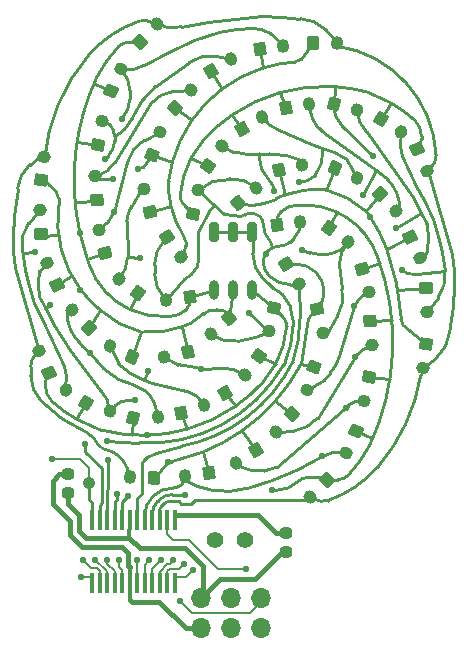
<source format=gbr>
%TF.GenerationSoftware,KiCad,Pcbnew,8.0.6*%
%TF.CreationDate,2024-11-10T20:15:22+09:00*%
%TF.ProjectId,sao-petal,73616f2d-7065-4746-916c-2e6b69636164,-*%
%TF.SameCoordinates,Original*%
%TF.FileFunction,Copper,L1,Top*%
%TF.FilePolarity,Positive*%
%FSLAX46Y46*%
G04 Gerber Fmt 4.6, Leading zero omitted, Abs format (unit mm)*
G04 Created by KiCad (PCBNEW 8.0.6) date 2024-11-10 20:15:22*
%MOMM*%
%LPD*%
G01*
G04 APERTURE LIST*
G04 Aperture macros list*
%AMRoundRect*
0 Rectangle with rounded corners*
0 $1 Rounding radius*
0 $2 $3 $4 $5 $6 $7 $8 $9 X,Y pos of 4 corners*
0 Add a 4 corners polygon primitive as box body*
4,1,4,$2,$3,$4,$5,$6,$7,$8,$9,$2,$3,0*
0 Add four circle primitives for the rounded corners*
1,1,$1+$1,$2,$3*
1,1,$1+$1,$4,$5*
1,1,$1+$1,$6,$7*
1,1,$1+$1,$8,$9*
0 Add four rect primitives between the rounded corners*
20,1,$1+$1,$2,$3,$4,$5,0*
20,1,$1+$1,$4,$5,$6,$7,0*
20,1,$1+$1,$6,$7,$8,$9,0*
20,1,$1+$1,$8,$9,$2,$3,0*%
G04 Aperture macros list end*
%TA.AperFunction,SMDPad,CuDef*%
%ADD10RoundRect,0.111760X-0.363220X0.474259X-0.514433X-0.303661X0.363220X-0.474259X0.514433X0.303661X0*%
%TD*%
%TA.AperFunction,SMDPad,CuDef*%
%ADD11RoundRect,0.447040X-0.098075X0.081165X-0.121338X-0.038515X0.098075X-0.081165X0.121338X0.038515X0*%
%TD*%
%TA.AperFunction,SMDPad,CuDef*%
%ADD12RoundRect,0.111760X-0.237698X0.548043X-0.572614X-0.170188X0.237698X-0.548043X0.572614X0.170188X0*%
%TD*%
%TA.AperFunction,SMDPad,CuDef*%
%ADD13RoundRect,0.447040X-0.075526X0.102480X-0.127052X-0.008017X0.075526X-0.102480X0.127052X0.008017X0*%
%TD*%
%TA.AperFunction,ComponentPad*%
%ADD14C,1.397000*%
%TD*%
%TA.AperFunction,SMDPad,CuDef*%
%ADD15RoundRect,0.111760X0.109401X0.587267X-0.569887X0.179109X-0.109401X-0.587267X0.569887X-0.179109X0*%
%TD*%
%TA.AperFunction,SMDPad,CuDef*%
%ADD16RoundRect,0.447040X-0.005308X0.127194X-0.109814X0.064400X0.005308X-0.127194X0.109814X-0.064400X0*%
%TD*%
%TA.AperFunction,SMDPad,CuDef*%
%ADD17RoundRect,0.111760X0.387543X-0.454600X0.497835X0.330168X-0.387543X0.454600X-0.497835X-0.330168X0*%
%TD*%
%TA.AperFunction,SMDPad,CuDef*%
%ADD18RoundRect,0.447040X0.102188X-0.075921X0.119156X0.044813X-0.102188X0.075921X-0.119156X-0.044813X0*%
%TD*%
%TA.AperFunction,SMDPad,CuDef*%
%ADD19RoundRect,0.111760X0.597179X0.015089X0.056709X0.594672X-0.597179X-0.015089X-0.056709X-0.594672X0*%
%TD*%
%TA.AperFunction,SMDPad,CuDef*%
%ADD20RoundRect,0.447040X0.123311X0.031637X0.040161X0.120803X-0.123311X-0.031637X-0.040161X-0.120803X0*%
%TD*%
%TA.AperFunction,SMDPad,CuDef*%
%ADD21RoundRect,0.111760X0.453887X-0.388378X0.440057X0.403982X-0.453887X0.388378X-0.440057X-0.403982X0*%
%TD*%
%TA.AperFunction,SMDPad,CuDef*%
%ADD22RoundRect,0.447040X0.112807X-0.059000X0.110679X0.062901X-0.112807X0.059000X-0.110679X-0.062901X0*%
%TD*%
%TA.AperFunction,SMDPad,CuDef*%
%ADD23RoundRect,0.111760X-0.453887X0.388378X-0.440057X-0.403982X0.453887X-0.388378X0.440057X0.403982X0*%
%TD*%
%TA.AperFunction,SMDPad,CuDef*%
%ADD24RoundRect,0.447040X-0.112807X0.059000X-0.110679X-0.062901X0.112807X-0.059000X0.110679X0.062901X0*%
%TD*%
%TA.AperFunction,SMDPad,CuDef*%
%ADD25RoundRect,0.111760X-0.403982X-0.440057X0.388378X-0.453887X0.403982X0.440057X-0.388378X0.453887X0*%
%TD*%
%TA.AperFunction,SMDPad,CuDef*%
%ADD26RoundRect,0.447040X-0.062901X-0.110679X0.059000X-0.112807X0.062901X0.110679X-0.059000X0.112807X0*%
%TD*%
%TA.AperFunction,SMDPad,CuDef*%
%ADD27RoundRect,0.111760X-0.498441X-0.329253X0.267036X-0.534362X0.498441X0.329253X-0.267036X0.534362X0*%
%TD*%
%TA.AperFunction,SMDPad,CuDef*%
%ADD28RoundRect,0.447040X-0.087808X-0.092174X0.029957X-0.123729X0.087808X0.092174X-0.029957X0.123729X0*%
%TD*%
%TA.AperFunction,SMDPad,CuDef*%
%ADD29O,0.838200X1.676400*%
%TD*%
%TA.AperFunction,SMDPad,CuDef*%
%ADD30RoundRect,0.167640X0.251460X-0.670560X0.251460X0.670560X-0.251460X0.670560X-0.251460X-0.670560X0*%
%TD*%
%TA.AperFunction,SMDPad,CuDef*%
%ADD31RoundRect,0.111760X0.467165X-0.372301X0.425690X0.419093X-0.467165X0.372301X-0.425690X-0.419093X0*%
%TD*%
%TA.AperFunction,SMDPad,CuDef*%
%ADD32RoundRect,0.447040X0.114797X-0.055027X0.108416X0.066726X-0.114797X0.055027X-0.108416X-0.066726X0*%
%TD*%
%TA.AperFunction,SMDPad,CuDef*%
%ADD33RoundRect,0.111760X0.312593X0.509055X-0.467848X0.371442X-0.312593X-0.509055X0.467848X-0.371442X0*%
%TD*%
%TA.AperFunction,SMDPad,CuDef*%
%ADD34RoundRect,0.447040X0.040627X0.120648X-0.079441X0.099477X-0.040627X-0.120648X0.079441X-0.099477X0*%
%TD*%
%TA.AperFunction,SMDPad,CuDef*%
%ADD35RoundRect,0.111760X-0.548043X-0.237698X0.170188X-0.572614X0.548043X0.237698X-0.170188X0.572614X0*%
%TD*%
%TA.AperFunction,SMDPad,CuDef*%
%ADD36RoundRect,0.447040X-0.102480X-0.075526X0.008017X-0.127052X0.102480X0.075526X-0.008017X0.127052X0*%
%TD*%
%TA.AperFunction,SMDPad,CuDef*%
%ADD37RoundRect,0.111760X0.119634X0.585268X-0.566674X0.189028X-0.119634X-0.585268X0.566674X-0.189028X0*%
%TD*%
%TA.AperFunction,SMDPad,CuDef*%
%ADD38RoundRect,0.447040X-0.003087X0.127267X-0.108673X0.066307X0.003087X-0.127267X0.108673X-0.066307X0*%
%TD*%
%TA.AperFunction,SMDPad,CuDef*%
%ADD39RoundRect,0.111760X0.529620X-0.276321X0.337902X0.492619X-0.529620X0.276321X-0.337902X-0.492619X0*%
%TD*%
%TA.AperFunction,SMDPad,CuDef*%
%ADD40RoundRect,0.447040X0.123188X-0.032112X0.093693X0.086186X-0.123188X0.032112X-0.093693X-0.086186X0*%
%TD*%
%TA.AperFunction,SMDPad,CuDef*%
%ADD41RoundRect,0.111760X-0.387543X0.454600X-0.497835X-0.330168X0.387543X-0.454600X0.497835X0.330168X0*%
%TD*%
%TA.AperFunction,SMDPad,CuDef*%
%ADD42RoundRect,0.447040X-0.102188X0.075921X-0.119156X-0.044813X0.102188X-0.075921X0.119156X0.044813X0*%
%TD*%
%TA.AperFunction,SMDPad,CuDef*%
%ADD43RoundRect,0.111760X0.498441X0.329253X-0.267036X0.534362X-0.498441X-0.329253X0.267036X-0.534362X0*%
%TD*%
%TA.AperFunction,SMDPad,CuDef*%
%ADD44RoundRect,0.447040X0.087808X0.092174X-0.029957X0.123729X-0.087808X-0.092174X0.029957X-0.123729X0*%
%TD*%
%TA.AperFunction,SMDPad,CuDef*%
%ADD45RoundRect,0.111760X0.077429X-0.592331X0.597342X0.005761X-0.077429X0.592331X-0.597342X-0.005761X0*%
%TD*%
%TA.AperFunction,SMDPad,CuDef*%
%ADD46RoundRect,0.447040X0.044353X-0.119328X0.124340X-0.027314X-0.044353X0.119328X-0.124340X0.027314X0*%
%TD*%
%TA.AperFunction,SMDPad,CuDef*%
%ADD47RoundRect,0.111760X-0.572926X-0.169136X0.099135X-0.589087X0.572926X0.169136X-0.099135X0.589087X0*%
%TD*%
%TA.AperFunction,SMDPad,CuDef*%
%ADD48RoundRect,0.447040X-0.110921X-0.062474X-0.007527X-0.127082X0.110921X0.062474X0.007527X0.127082X0*%
%TD*%
%TA.AperFunction,ComponentPad*%
%ADD49O,1.700000X1.700000*%
%TD*%
%TA.AperFunction,SMDPad,CuDef*%
%ADD50RoundRect,0.237500X-0.262500X0.237500X-0.262500X-0.237500X0.262500X-0.237500X0.262500X0.237500X0*%
%TD*%
%TA.AperFunction,SMDPad,CuDef*%
%ADD51RoundRect,0.111760X0.534362X-0.267036X0.329253X0.498441X-0.534362X0.267036X-0.329253X-0.498441X0*%
%TD*%
%TA.AperFunction,SMDPad,CuDef*%
%ADD52RoundRect,0.447040X0.123729X-0.029957X0.092174X0.087808X-0.123729X0.029957X-0.092174X-0.087808X0*%
%TD*%
%TA.AperFunction,SMDPad,CuDef*%
%ADD53RoundRect,0.111760X-0.056709X0.594672X-0.597179X0.015089X0.056709X-0.594672X0.597179X-0.015089X0*%
%TD*%
%TA.AperFunction,SMDPad,CuDef*%
%ADD54RoundRect,0.447040X-0.040161X0.120803X-0.123311X0.031637X0.040161X-0.120803X0.123311X-0.031637X0*%
%TD*%
%TA.AperFunction,SMDPad,CuDef*%
%ADD55RoundRect,0.111760X-0.016186X-0.597151X0.590889X-0.087754X0.016186X0.597151X-0.590889X0.087754X0*%
%TD*%
%TA.AperFunction,SMDPad,CuDef*%
%ADD56RoundRect,0.447040X0.025140X-0.124797X0.118536X-0.046429X-0.025140X0.124797X-0.118536X0.046429X0*%
%TD*%
%TA.AperFunction,SMDPad,CuDef*%
%ADD57RoundRect,0.111760X-0.575497X0.160169X-0.228097X-0.552108X0.575497X-0.160169X0.228097X0.552108X0*%
%TD*%
%TA.AperFunction,SMDPad,CuDef*%
%ADD58RoundRect,0.447040X-0.127172X0.005798X-0.073726X-0.103783X0.127172X-0.005798X0.073726X0.103783X0*%
%TD*%
%TA.AperFunction,SMDPad,CuDef*%
%ADD59RoundRect,0.111760X-0.330168X-0.497835X0.454600X-0.387543X0.330168X0.497835X-0.454600X0.387543X0*%
%TD*%
%TA.AperFunction,SMDPad,CuDef*%
%ADD60RoundRect,0.447040X-0.044813X-0.119156X0.075921X-0.102188X0.044813X0.119156X-0.075921X0.102188X0*%
%TD*%
%TA.AperFunction,SMDPad,CuDef*%
%ADD61RoundRect,0.111760X-0.077429X0.592331X-0.597342X-0.005761X0.077429X-0.592331X0.597342X0.005761X0*%
%TD*%
%TA.AperFunction,SMDPad,CuDef*%
%ADD62RoundRect,0.447040X-0.044353X0.119328X-0.124340X0.027314X0.044353X-0.119328X0.124340X-0.027314X0*%
%TD*%
%TA.AperFunction,SMDPad,CuDef*%
%ADD63RoundRect,0.111760X0.330168X0.497835X-0.454600X0.387543X-0.330168X-0.497835X0.454600X-0.387543X0*%
%TD*%
%TA.AperFunction,SMDPad,CuDef*%
%ADD64RoundRect,0.447040X0.044813X0.119156X-0.075921X0.102188X-0.044813X-0.119156X0.075921X-0.102188X0*%
%TD*%
%TA.AperFunction,SMDPad,CuDef*%
%ADD65RoundRect,0.111760X0.138920X-0.580992X0.593468X0.068169X-0.138920X0.580992X-0.593468X-0.068169X0*%
%TD*%
%TA.AperFunction,SMDPad,CuDef*%
%ADD66RoundRect,0.447040X0.056583X-0.114038X0.126514X-0.014167X-0.056583X0.114038X-0.126514X0.014167X0*%
%TD*%
%TA.AperFunction,SMDPad,CuDef*%
%ADD67RoundRect,0.111760X-0.529620X0.276321X-0.337902X-0.492619X0.529620X-0.276321X0.337902X0.492619X0*%
%TD*%
%TA.AperFunction,SMDPad,CuDef*%
%ADD68RoundRect,0.447040X-0.123188X0.032112X-0.093693X-0.086186X0.123188X-0.032112X0.093693X0.086186X0*%
%TD*%
%TA.AperFunction,SMDPad,CuDef*%
%ADD69RoundRect,0.111760X-0.538941X0.257669X-0.320504X-0.504111X0.538941X-0.257669X0.320504X0.504111X0*%
%TD*%
%TA.AperFunction,SMDPad,CuDef*%
%ADD70RoundRect,0.447040X-0.124233X0.027793X-0.090628X-0.089404X0.124233X-0.027793X0.090628X0.089404X0*%
%TD*%
%TA.AperFunction,SMDPad,CuDef*%
%ADD71RoundRect,0.111760X0.237698X-0.548043X0.572614X0.170188X-0.237698X0.548043X-0.572614X-0.170188X0*%
%TD*%
%TA.AperFunction,SMDPad,CuDef*%
%ADD72RoundRect,0.447040X0.075526X-0.102480X0.127052X0.008017X-0.075526X0.102480X-0.127052X-0.008017X0*%
%TD*%
%TA.AperFunction,SMDPad,CuDef*%
%ADD73RoundRect,0.111760X0.354888X-0.480526X0.519654X0.294636X-0.354888X0.480526X-0.519654X-0.294636X0*%
%TD*%
%TA.AperFunction,SMDPad,CuDef*%
%ADD74RoundRect,0.447040X0.096643X-0.082864X0.121992X0.036392X-0.096643X0.082864X-0.121992X-0.036392X0*%
%TD*%
%TA.AperFunction,SMDPad,CuDef*%
%ADD75RoundRect,0.111760X-0.590727X0.088839X-0.159112X-0.575790X0.590727X-0.088839X0.159112X0.575790X0*%
%TD*%
%TA.AperFunction,SMDPad,CuDef*%
%ADD76RoundRect,0.447040X-0.126931X-0.009744X-0.060529X-0.111994X0.126931X0.009744X0.060529X0.111994X0*%
%TD*%
%TA.AperFunction,SMDPad,CuDef*%
%ADD77RoundRect,0.111760X-0.583328X-0.128759X0.057801X-0.594567X0.583328X0.128759X-0.057801X0.594567X0*%
%TD*%
%TA.AperFunction,SMDPad,CuDef*%
%ADD78RoundRect,0.447040X-0.115009X-0.054584X-0.016373X-0.126247X0.115009X0.054584X0.016373X0.126247X0*%
%TD*%
%TA.AperFunction,SMDPad,CuDef*%
%ADD79RoundRect,0.111760X-0.138920X0.580992X-0.593468X-0.068169X0.138920X-0.580992X0.593468X0.068169X0*%
%TD*%
%TA.AperFunction,SMDPad,CuDef*%
%ADD80RoundRect,0.447040X-0.056583X0.114038X-0.126514X0.014167X0.056583X-0.114038X0.126514X-0.014167X0*%
%TD*%
%TA.AperFunction,SMDPad,CuDef*%
%ADD81RoundRect,0.111760X-0.293681X0.520194X-0.551688X-0.229110X0.293681X-0.520194X0.551688X0.229110X0*%
%TD*%
%TA.AperFunction,SMDPad,CuDef*%
%ADD82RoundRect,0.447040X-0.085825X0.094024X-0.125518X-0.021253X0.085825X-0.094024X0.125518X0.021253X0*%
%TD*%
%TA.AperFunction,SMDPad,CuDef*%
%ADD83RoundRect,0.111760X0.293681X-0.520194X0.551688X0.229110X-0.293681X0.520194X-0.551688X-0.229110X0*%
%TD*%
%TA.AperFunction,SMDPad,CuDef*%
%ADD84RoundRect,0.447040X0.085825X-0.094024X0.125518X0.021253X-0.085825X0.094024X-0.125518X-0.021253X0*%
%TD*%
%TA.AperFunction,SMDPad,CuDef*%
%ADD85RoundRect,0.111760X0.285522X0.524717X-0.486647X0.346448X-0.285522X-0.524717X0.486647X-0.346448X0*%
%TD*%
%TA.AperFunction,SMDPad,CuDef*%
%ADD86RoundRect,0.447040X0.034257X0.122609X-0.084538X0.095183X-0.034257X-0.122609X0.084538X-0.095183X0*%
%TD*%
%TA.AperFunction,SMDPad,CuDef*%
%ADD87RoundRect,0.111760X-0.285522X-0.524717X0.486647X-0.346448X0.285522X0.524717X-0.486647X0.346448X0*%
%TD*%
%TA.AperFunction,SMDPad,CuDef*%
%ADD88RoundRect,0.447040X-0.034257X-0.122609X0.084538X-0.095183X0.034257X0.122609X-0.084538X0.095183X0*%
%TD*%
%TA.AperFunction,SMDPad,CuDef*%
%ADD89RoundRect,0.111760X0.056709X-0.594672X0.597179X-0.015089X-0.056709X0.594672X-0.597179X0.015089X0*%
%TD*%
%TA.AperFunction,SMDPad,CuDef*%
%ADD90RoundRect,0.447040X0.040161X-0.120803X0.123311X-0.031637X-0.040161X0.120803X-0.123311X0.031637X0*%
%TD*%
%TA.AperFunction,SMDPad,CuDef*%
%ADD91RoundRect,0.111760X0.411600X0.432939X-0.380397X0.460596X-0.411600X-0.432939X0.380397X-0.460596X0*%
%TD*%
%TA.AperFunction,SMDPad,CuDef*%
%ADD92RoundRect,0.447040X0.064823X0.109564X-0.057022X0.113819X-0.064823X-0.109564X0.057022X-0.113819X0*%
%TD*%
%TA.AperFunction,SMDPad,CuDef*%
%ADD93RoundRect,0.111760X-0.109401X-0.587267X0.569887X-0.179109X0.109401X0.587267X-0.569887X0.179109X0*%
%TD*%
%TA.AperFunction,SMDPad,CuDef*%
%ADD94RoundRect,0.447040X0.005308X-0.127194X0.109814X-0.064400X-0.005308X0.127194X-0.109814X0.064400X0*%
%TD*%
%TA.AperFunction,SMDPad,CuDef*%
%ADD95RoundRect,0.111760X0.016186X0.597151X-0.590889X0.087754X-0.016186X-0.597151X0.590889X-0.087754X0*%
%TD*%
%TA.AperFunction,SMDPad,CuDef*%
%ADD96RoundRect,0.447040X-0.025140X0.124797X-0.118536X0.046429X0.025140X-0.124797X0.118536X-0.046429X0*%
%TD*%
%TA.AperFunction,SMDPad,CuDef*%
%ADD97R,0.360000X1.750000*%
%TD*%
%TA.AperFunction,SMDPad,CuDef*%
%ADD98RoundRect,0.090000X0.090000X-0.785000X0.090000X0.785000X-0.090000X0.785000X-0.090000X-0.785000X0*%
%TD*%
%TA.AperFunction,SMDPad,CuDef*%
%ADD99RoundRect,0.111760X0.363220X-0.474259X0.514433X0.303661X-0.363220X0.474259X-0.514433X-0.303661X0*%
%TD*%
%TA.AperFunction,SMDPad,CuDef*%
%ADD100RoundRect,0.447040X0.098075X-0.081165X0.121338X0.038515X-0.098075X0.081165X-0.121338X-0.038515X0*%
%TD*%
%TA.AperFunction,SMDPad,CuDef*%
%ADD101RoundRect,0.111760X0.572614X-0.170188X0.237698X0.548043X-0.572614X0.170188X-0.237698X-0.548043X0*%
%TD*%
%TA.AperFunction,SMDPad,CuDef*%
%ADD102RoundRect,0.447040X0.127052X-0.008017X0.075526X0.102480X-0.127052X0.008017X-0.075526X-0.102480X0*%
%TD*%
%TA.AperFunction,SMDPad,CuDef*%
%ADD103RoundRect,0.111760X0.572926X0.169136X-0.099135X0.589087X-0.572926X-0.169136X0.099135X-0.589087X0*%
%TD*%
%TA.AperFunction,SMDPad,CuDef*%
%ADD104RoundRect,0.447040X0.110921X0.062474X0.007527X0.127082X-0.110921X-0.062474X-0.007527X-0.127082X0*%
%TD*%
%TA.AperFunction,SMDPad,CuDef*%
%ADD105RoundRect,0.111760X-0.597179X-0.015089X-0.056709X-0.594672X0.597179X0.015089X0.056709X0.594672X0*%
%TD*%
%TA.AperFunction,SMDPad,CuDef*%
%ADD106RoundRect,0.447040X-0.123311X-0.031637X-0.040161X-0.120803X0.123311X0.031637X0.040161X0.120803X0*%
%TD*%
%TA.AperFunction,SMDPad,CuDef*%
%ADD107RoundRect,0.111760X-0.119634X-0.585268X0.566674X-0.189028X0.119634X0.585268X-0.566674X0.189028X0*%
%TD*%
%TA.AperFunction,SMDPad,CuDef*%
%ADD108RoundRect,0.447040X0.003087X-0.127267X0.108673X-0.066307X-0.003087X0.127267X-0.108673X0.066307X0*%
%TD*%
%TA.AperFunction,SMDPad,CuDef*%
%ADD109RoundRect,0.111760X0.583328X0.128759X-0.057801X0.594567X-0.583328X-0.128759X0.057801X-0.594567X0*%
%TD*%
%TA.AperFunction,SMDPad,CuDef*%
%ADD110RoundRect,0.447040X0.115009X0.054584X0.016373X0.126247X-0.115009X-0.054584X-0.016373X-0.126247X0*%
%TD*%
%TA.AperFunction,SMDPad,CuDef*%
%ADD111RoundRect,0.111760X-0.312593X-0.509055X0.467848X-0.371442X0.312593X0.509055X-0.467848X0.371442X0*%
%TD*%
%TA.AperFunction,SMDPad,CuDef*%
%ADD112RoundRect,0.447040X-0.040627X-0.120648X0.079441X-0.099477X0.040627X0.120648X-0.079441X0.099477X0*%
%TD*%
%TA.AperFunction,ComponentPad*%
%ADD113C,1.066800*%
%TD*%
%TA.AperFunction,SMDPad,CuDef*%
%ADD114RoundRect,0.111760X0.548043X0.237698X-0.170188X0.572614X-0.548043X-0.237698X0.170188X-0.572614X0*%
%TD*%
%TA.AperFunction,SMDPad,CuDef*%
%ADD115RoundRect,0.447040X0.102480X0.075526X-0.008017X0.127052X-0.102480X-0.075526X0.008017X-0.127052X0*%
%TD*%
%TA.AperFunction,SMDPad,CuDef*%
%ADD116RoundRect,0.111760X0.575497X-0.160169X0.228097X0.552108X-0.575497X0.160169X-0.228097X-0.552108X0*%
%TD*%
%TA.AperFunction,SMDPad,CuDef*%
%ADD117RoundRect,0.447040X0.127172X-0.005798X0.073726X0.103783X-0.127172X0.005798X-0.073726X-0.103783X0*%
%TD*%
%TA.AperFunction,SMDPad,CuDef*%
%ADD118RoundRect,0.111760X-0.354888X0.480526X-0.519654X-0.294636X0.354888X-0.480526X0.519654X0.294636X0*%
%TD*%
%TA.AperFunction,SMDPad,CuDef*%
%ADD119RoundRect,0.447040X-0.096643X0.082864X-0.121992X-0.036392X0.096643X-0.082864X0.121992X0.036392X0*%
%TD*%
%TA.AperFunction,SMDPad,CuDef*%
%ADD120RoundRect,0.111760X-0.467165X0.372301X-0.425690X-0.419093X0.467165X-0.372301X0.425690X0.419093X0*%
%TD*%
%TA.AperFunction,SMDPad,CuDef*%
%ADD121RoundRect,0.447040X-0.114797X0.055027X-0.108416X-0.066726X0.114797X-0.055027X0.108416X0.066726X0*%
%TD*%
%TA.AperFunction,SMDPad,CuDef*%
%ADD122RoundRect,0.111760X-0.572614X0.170188X-0.237698X-0.548043X0.572614X-0.170188X0.237698X0.548043X0*%
%TD*%
%TA.AperFunction,SMDPad,CuDef*%
%ADD123RoundRect,0.447040X-0.127052X0.008017X-0.075526X-0.102480X0.127052X-0.008017X0.075526X0.102480X0*%
%TD*%
%TA.AperFunction,ViaPad*%
%ADD124C,0.584200*%
%TD*%
%TA.AperFunction,Conductor*%
%ADD125C,0.203200*%
%TD*%
%TA.AperFunction,Conductor*%
%ADD126C,0.457200*%
%TD*%
%TA.AperFunction,Conductor*%
%ADD127C,0.355600*%
%TD*%
%TA.AperFunction,Conductor*%
%ADD128C,0.254000*%
%TD*%
%TA.AperFunction,Conductor*%
%ADD129C,0.245000*%
%TD*%
G04 APERTURE END LIST*
D10*
%TO.P,LED26,1,K*%
%TO.N,/K5*%
X149335912Y-92059717D03*
D11*
%TO.P,LED26,2,A*%
%TO.N,/A2*%
X148948188Y-94054383D03*
%TD*%
D12*
%TO.P,LED27,1,K*%
%TO.N,/K5*%
X148215630Y-96649361D03*
D13*
%TO.P,LED27,2,A*%
%TO.N,/A1*%
X147356870Y-98490979D03*
%TD*%
D14*
%TO.P,TP2,1,1*%
%TO.N,/INPA*%
X136336250Y-105843570D03*
%TD*%
D15*
%TO.P,LED33,1,K*%
%TO.N,/K4*%
X139792532Y-98266091D03*
D16*
%TO.P,LED33,2,A*%
%TO.N,/A2*%
X138050768Y-99312649D03*
%TD*%
D17*
%TO.P,LED49,1,K*%
%TO.N,/K2*%
X121559050Y-75411482D03*
D18*
%TO.P,LED49,2,A*%
%TO.N,/A0*%
X121841850Y-73399258D03*
%TD*%
D19*
%TO.P,LED46,1,K*%
%TO.N,/K2*%
X125593760Y-87899225D03*
D20*
%TO.P,LED46,2,A*%
%TO.N,/A3*%
X124207940Y-86413115D03*
%TD*%
D21*
%TO.P,LED48,1,K*%
%TO.N,/K2*%
X121540382Y-79993215D03*
D22*
%TO.P,LED48,2,A*%
%TO.N,/A1*%
X121504918Y-77961525D03*
%TD*%
D23*
%TO.P,LED20,1,K*%
%TO.N,/K6*%
X154169318Y-84489325D03*
D24*
%TO.P,LED20,2,A*%
%TO.N,/A1*%
X154204782Y-86521015D03*
%TD*%
D25*
%TO.P,LED7,1,K*%
%TO.N,/K0*%
X144611405Y-63745038D03*
D26*
%TO.P,LED7,2,A*%
%TO.N,/A0*%
X146643095Y-63780502D03*
%TD*%
D27*
%TO.P,LED12,1,K*%
%TO.N,/K7*%
X146347669Y-68960810D03*
D28*
%TO.P,LED12,2,A*%
%TO.N,/A2*%
X148310431Y-69486730D03*
%TD*%
D29*
%TO.P,LED57,1,K*%
%TO.N,/K1*%
X136238140Y-84678350D03*
D30*
%TO.P,LED57,2,A*%
%TO.N,/A7*%
X136238140Y-79778350D03*
D29*
%TO.P,LED57,3,K*%
%TO.N,/K2*%
X137838140Y-84678350D03*
D30*
%TO.P,LED57,4,A*%
%TO.N,/A7*%
X137838140Y-79778350D03*
D29*
%TO.P,LED57,5,K*%
%TO.N,/K3*%
X139438140Y-84678350D03*
D30*
%TO.P,LED57,6,A*%
%TO.N,/A7*%
X139438140Y-79778350D03*
%TD*%
D31*
%TO.P,LED53,1,K*%
%TO.N,/K1*%
X126264313Y-77097008D03*
D32*
%TO.P,LED53,2,A*%
%TO.N,/A3*%
X126157967Y-75067792D03*
%TD*%
D33*
%TO.P,LED39,1,K*%
%TO.N,/K3*%
X133445215Y-95133143D03*
D34*
%TO.P,LED39,2,A*%
%TO.N,/A3*%
X131444085Y-95485997D03*
%TD*%
D35*
%TO.P,LED17,1,K*%
%TO.N,/K6*%
X146433641Y-74382390D03*
D36*
%TO.P,LED17,2,A*%
%TO.N,/A4*%
X148275259Y-75241150D03*
%TD*%
D37*
%TO.P,LED38,1,K*%
%TO.N,/K3*%
X137159932Y-93379170D03*
D38*
%TO.P,LED38,2,A*%
%TO.N,/A4*%
X135400168Y-94395170D03*
%TD*%
D39*
%TO.P,LED2,1,K*%
%TO.N,/K0*%
X130789603Y-78121240D03*
D40*
%TO.P,LED2,2,A*%
%TO.N,/A5*%
X130298017Y-76149600D03*
%TD*%
D41*
%TO.P,LED21,1,K*%
%TO.N,/K6*%
X154150650Y-89299658D03*
D42*
%TO.P,LED21,2,A*%
%TO.N,/A0*%
X153867850Y-91311882D03*
%TD*%
D43*
%TO.P,LED40,1,K*%
%TO.N,/K3*%
X129362031Y-95496330D03*
D44*
%TO.P,LED40,2,A*%
%TO.N,/A2*%
X127399269Y-94970410D03*
%TD*%
D45*
%TO.P,LED4,1,K*%
%TO.N,/K0*%
X132921094Y-69279355D03*
D46*
%TO.P,LED4,2,A*%
%TO.N,/A3*%
X134254206Y-67745785D03*
%TD*%
D47*
%TO.P,LED13,1,K*%
%TO.N,/K7*%
X150328233Y-70234772D03*
D48*
%TO.P,LED13,2,A*%
%TO.N,/A1*%
X152051467Y-71311568D03*
%TD*%
D49*
%TO.P,J1,1*%
%TO.N,/IRQ*%
X140166250Y-110803570D03*
%TO.P,J1,2*%
%TO.N,unconnected-(J1-Pad2)*%
X140166250Y-113343570D03*
%TO.P,J1,3*%
%TO.N,/SDA*%
X137626250Y-110803570D03*
%TO.P,J1,4*%
%TO.N,/SCL*%
X137626251Y-113343570D03*
%TO.P,J1,5*%
%TO.N,VDD*%
X135086250Y-110803570D03*
%TO.P,J1,6*%
%TO.N,GND*%
X135086250Y-113343570D03*
%TD*%
D50*
%TO.P,C1,1*%
%TO.N,VDD*%
X123836250Y-101893570D03*
%TO.P,C1,2*%
%TO.N,GND*%
X123836250Y-100243570D03*
%TD*%
D51*
%TO.P,LED52,1,K*%
%TO.N,/K1*%
X126992610Y-81558951D03*
D52*
%TO.P,LED52,2,A*%
%TO.N,/A4*%
X126466690Y-79596189D03*
%TD*%
D53*
%TO.P,LED28,1,K*%
%TO.N,/K5*%
X145735960Y-100764115D03*
D54*
%TO.P,LED28,2,A*%
%TO.N,/A0*%
X144350140Y-102250225D03*
%TD*%
D55*
%TO.P,LED15,1,K*%
%TO.N,/K6*%
X138219549Y-77369842D03*
D56*
%TO.P,LED15,2,A*%
%TO.N,/A6*%
X139776151Y-76063698D03*
%TD*%
D57*
%TO.P,LED19,1,K*%
%TO.N,/K6*%
X152776465Y-80197795D03*
D58*
%TO.P,LED19,2,A*%
%TO.N,/A2*%
X153667235Y-82024145D03*
%TD*%
D59*
%TO.P,LED6,1,K*%
%TO.N,/K0*%
X140074538Y-64285170D03*
D60*
%TO.P,LED6,2,A*%
%TO.N,/A1*%
X142086762Y-64002370D03*
%TD*%
D61*
%TO.P,LED32,1,K*%
%TO.N,/K4*%
X142788606Y-95177785D03*
D62*
%TO.P,LED32,2,A*%
%TO.N,/A3*%
X141455494Y-96711355D03*
%TD*%
D63*
%TO.P,LED34,1,K*%
%TO.N,/K4*%
X135762162Y-100171970D03*
D64*
%TO.P,LED34,2,A*%
%TO.N,/A1*%
X133749938Y-100454770D03*
%TD*%
D65*
%TO.P,LED9,1,K*%
%TO.N,/K7*%
X135722696Y-74196228D03*
D66*
%TO.P,LED9,2,A*%
%TO.N,/A5*%
X136888204Y-72531712D03*
%TD*%
D67*
%TO.P,LED30,1,K*%
%TO.N,/K4*%
X144911247Y-86336280D03*
D68*
%TO.P,LED30,2,A*%
%TO.N,/A5*%
X145402833Y-88307920D03*
%TD*%
D69*
%TO.P,LED24,1,K*%
%TO.N,/K5*%
X148750802Y-82902928D03*
D70*
%TO.P,LED24,2,A*%
%TO.N,/A4*%
X149310898Y-84856212D03*
%TD*%
D71*
%TO.P,LED55,1,K*%
%TO.N,/K1*%
X127494070Y-67807779D03*
D72*
%TO.P,LED55,2,A*%
%TO.N,/A1*%
X128352830Y-65966161D03*
%TD*%
D73*
%TO.P,LED8,1,K*%
%TO.N,/K7*%
X134443212Y-78243968D03*
D74*
%TO.P,LED8,2,A*%
%TO.N,/A6*%
X134865688Y-76256372D03*
%TD*%
D75*
%TO.P,LED1,1,A*%
%TO.N,/A6*%
X132272297Y-80233481D03*
D76*
%TO.P,LED1,2,K*%
%TO.N,/K0*%
X133379003Y-81937659D03*
%TD*%
D77*
%TO.P,LED23,1,K*%
%TO.N,/K5*%
X145919599Y-79469470D03*
D78*
%TO.P,LED23,2,A*%
%TO.N,/A5*%
X147563521Y-80663850D03*
%TD*%
D79*
%TO.P,LED37,1,K*%
%TO.N,/K3*%
X139987004Y-90260912D03*
D80*
%TO.P,LED37,2,A*%
%TO.N,/A5*%
X138821496Y-91925428D03*
%TD*%
D81*
%TO.P,LED31,1,K*%
%TO.N,/K4*%
X144713427Y-91199323D03*
D82*
%TO.P,LED31,2,A*%
%TO.N,/A4*%
X144051873Y-93120617D03*
%TD*%
D83*
%TO.P,LED3,1,K*%
%TO.N,/K0*%
X130996273Y-73257817D03*
D84*
%TO.P,LED3,2,A*%
%TO.N,/A4*%
X131657827Y-71336523D03*
%TD*%
D85*
%TO.P,LED44,1,K*%
%TO.N,/K2*%
X133993410Y-89924820D03*
D86*
%TO.P,LED44,2,A*%
%TO.N,/A5*%
X132013490Y-90381920D03*
%TD*%
D87*
%TO.P,LED16,1,K*%
%TO.N,/K6*%
X141716290Y-74532320D03*
D88*
%TO.P,LED16,2,A*%
%TO.N,/A5*%
X143696210Y-74075220D03*
%TD*%
D14*
%TO.P,TP3,1,1*%
%TO.N,/INPB*%
X138836250Y-105843570D03*
%TD*%
D89*
%TO.P,LED56,1,K*%
%TO.N,/K1*%
X129973740Y-63693025D03*
D90*
%TO.P,LED56,2,A*%
%TO.N,/A0*%
X131359560Y-62206915D03*
%TD*%
D91*
%TO.P,LED35,1,K*%
%TO.N,/K4*%
X131097831Y-100602828D03*
D92*
%TO.P,LED35,2,A*%
%TO.N,/A0*%
X129067069Y-100531912D03*
%TD*%
D93*
%TO.P,LED5,1,K*%
%TO.N,/K0*%
X135917168Y-66191049D03*
D94*
%TO.P,LED5,2,A*%
%TO.N,/A2*%
X137658932Y-65144491D03*
%TD*%
D95*
%TO.P,LED43,1,K*%
%TO.N,/K2*%
X137490151Y-87087298D03*
D96*
%TO.P,LED43,2,A*%
%TO.N,/A6*%
X135933549Y-88393442D03*
%TD*%
D97*
%TO.P,U1,1,SDA*%
%TO.N,/SDA*%
X125886250Y-109481070D03*
D98*
%TO.P,U1,2,DIG0*%
%TO.N,/K0*%
X126521250Y-109481070D03*
%TO.P,U1,3,DIG1*%
%TO.N,/K1*%
X127156250Y-109481070D03*
%TO.P,U1,4,DIG2*%
%TO.N,/K2*%
X127791250Y-109481070D03*
%TO.P,U1,5,DIG3*%
%TO.N,/K3*%
X128426250Y-109481070D03*
%TO.P,U1,6,GND*%
%TO.N,GND*%
X129061250Y-109481070D03*
%TO.P,U1,7,DIG4*%
%TO.N,/K4*%
X129696250Y-109481070D03*
%TO.P,U1,8,DIG5*%
%TO.N,/K5*%
X130331250Y-109481070D03*
%TO.P,U1,9,DIG6*%
%TO.N,/K6*%
X130966250Y-109481070D03*
%TO.P,U1,10,DIG7*%
%TO.N,/K7*%
X131601250Y-109481070D03*
%TO.P,U1,11,KEYA*%
%TO.N,/INPA*%
X132236250Y-109481070D03*
%TO.P,U1,12,KEYB*%
%TO.N,/INPB*%
X132871250Y-109481070D03*
%TO.P,U1,13,ISET*%
%TO.N,/RSET*%
X132871250Y-104206070D03*
%TO.P,U1,14,SCL*%
%TO.N,/SCL*%
X132236250Y-104206070D03*
%TO.P,U1,15,SEGA*%
%TO.N,/A0*%
X131601250Y-104206070D03*
%TO.P,U1,16,SEGF*%
%TO.N,/A5*%
X130966250Y-104206070D03*
%TO.P,U1,17,SEGB*%
%TO.N,/A1*%
X130331250Y-104206070D03*
%TO.P,U1,18,SEGG*%
%TO.N,/A6*%
X129696250Y-104206070D03*
%TO.P,U1,19,VDD*%
%TO.N,VDD*%
X129061250Y-104206070D03*
%TO.P,U1,20,SEGC*%
%TO.N,/A2*%
X128426250Y-104206070D03*
%TO.P,U1,21,SEGE*%
%TO.N,/A4*%
X127791250Y-104206070D03*
%TO.P,U1,22,SEGDP*%
%TO.N,/A7*%
X127156250Y-104206070D03*
%TO.P,U1,23,SEGD*%
%TO.N,/A3*%
X126521250Y-104206070D03*
%TO.P,U1,24,IRQ*%
%TO.N,/IRQ*%
X125886250Y-104206070D03*
%TD*%
D99*
%TO.P,LED54,1,K*%
%TO.N,/K1*%
X126373788Y-72397423D03*
D100*
%TO.P,LED54,2,A*%
%TO.N,/A2*%
X126761512Y-70402757D03*
%TD*%
D101*
%TO.P,LED42,1,K*%
%TO.N,/K3*%
X122282230Y-91709179D03*
D102*
%TO.P,LED42,2,A*%
%TO.N,/A0*%
X121423470Y-89867561D03*
%TD*%
D103*
%TO.P,LED41,1,K*%
%TO.N,/K3*%
X125381467Y-94222368D03*
D104*
%TO.P,LED41,2,A*%
%TO.N,/A1*%
X123658233Y-93145572D03*
%TD*%
D63*
%TO.P,LED50,1,K*%
%TO.N,/K1*%
X134191122Y-85247090D03*
D64*
%TO.P,LED50,2,A*%
%TO.N,/A6*%
X132178898Y-85529890D03*
%TD*%
D105*
%TO.P,LED18,1,K*%
%TO.N,/K6*%
X150268340Y-76557915D03*
D106*
%TO.P,LED18,2,A*%
%TO.N,/A3*%
X151654160Y-78044025D03*
%TD*%
D59*
%TO.P,LED22,1,K*%
%TO.N,/K5*%
X141518578Y-79210050D03*
D60*
%TO.P,LED22,2,A*%
%TO.N,/A6*%
X143530802Y-78927250D03*
%TD*%
D107*
%TO.P,LED10,1,K*%
%TO.N,/K7*%
X138549768Y-71077970D03*
D108*
%TO.P,LED10,2,A*%
%TO.N,/A4*%
X140309532Y-70061970D03*
%TD*%
D109*
%TO.P,LED51,1,K*%
%TO.N,/K1*%
X129790101Y-84987670D03*
D110*
%TO.P,LED51,2,A*%
%TO.N,/A5*%
X128146179Y-83793290D03*
%TD*%
D111*
%TO.P,LED11,1,K*%
%TO.N,/K7*%
X142264485Y-69323997D03*
D112*
%TO.P,LED11,2,A*%
%TO.N,/A3*%
X144265615Y-68971143D03*
%TD*%
D113*
%TO.P,TP1,1,1*%
%TO.N,/IRQ*%
X125586650Y-101075370D03*
%TD*%
D114*
%TO.P,LED45,1,K*%
%TO.N,/K2*%
X129276059Y-90328750D03*
D115*
%TO.P,LED45,2,A*%
%TO.N,/A4*%
X127434441Y-89469990D03*
%TD*%
D116*
%TO.P,LED47,1,K*%
%TO.N,/K2*%
X122933235Y-84259345D03*
D117*
%TO.P,LED47,2,A*%
%TO.N,/A2*%
X122042465Y-82432995D03*
%TD*%
D118*
%TO.P,LED36,1,K*%
%TO.N,/K3*%
X141266488Y-86213172D03*
D119*
%TO.P,LED36,2,A*%
%TO.N,/A6*%
X140844012Y-88200768D03*
%TD*%
D50*
%TO.P,R6,1*%
%TO.N,VDD*%
X142336250Y-106918570D03*
%TO.P,R6,2*%
%TO.N,/RSET*%
X142336250Y-105268570D03*
%TD*%
D120*
%TO.P,LED25,1,K*%
%TO.N,/K5*%
X149445387Y-87360132D03*
D121*
%TO.P,LED25,2,A*%
%TO.N,/A3*%
X149551733Y-89389348D03*
%TD*%
D75*
%TO.P,LED29,1,K*%
%TO.N,/K4*%
X142330697Y-82519481D03*
D76*
%TO.P,LED29,2,A*%
%TO.N,/A6*%
X143437403Y-84223659D03*
%TD*%
D122*
%TO.P,LED14,1,K*%
%TO.N,/K7*%
X153427470Y-72747961D03*
D123*
%TO.P,LED14,2,A*%
%TO.N,/A0*%
X154286230Y-74589579D03*
%TD*%
D124*
%TO.N,/SCL*%
X138921650Y-108314370D03*
%TO.N,/SDA*%
X124951650Y-109000170D03*
%TO.N,/A4*%
X148091050Y-86063970D03*
X143392050Y-75573770D03*
X127999650Y-101964370D03*
X130615850Y-91524970D03*
X127755060Y-78055500D03*
%TO.N,/A2*%
X128914050Y-102167570D03*
X151621650Y-79485370D03*
X122335450Y-85987770D03*
X126983650Y-73643370D03*
X129549050Y-93988770D03*
X147354450Y-94674570D03*
%TO.N,/K4*%
X132317650Y-99271970D03*
X129701450Y-107577770D03*
%TO.N,/K1*%
X126145450Y-107577770D03*
X124846250Y-79843570D03*
%TO.N,/A6*%
X140598050Y-81644370D03*
X139175650Y-86648170D03*
%TO.N,/K7*%
X132749450Y-107577770D03*
X149665850Y-73363970D03*
%TO.N,/K6*%
X131733450Y-107577770D03*
X149456250Y-78533570D03*
%TO.N,/INPA*%
X133663850Y-107933370D03*
%TO.N,/K0*%
X125129450Y-107577770D03*
X129777650Y-74481570D03*
%TO.N,/IRQ*%
X133359050Y-111057570D03*
X122462450Y-98992570D03*
%TO.N,/A3*%
X148167250Y-90381970D03*
X125281850Y-97697170D03*
X125688250Y-90000970D03*
X148853050Y-76691370D03*
X127669450Y-75294370D03*
%TO.N,/K2*%
X127161450Y-107577770D03*
X124900850Y-84692370D03*
%TO.N,/K3*%
X128177450Y-107577770D03*
X130496250Y-96983570D03*
%TO.N,/K5*%
X130717450Y-107577770D03*
X141080650Y-101659570D03*
%TO.N,/A7*%
X127161450Y-97468570D03*
X127212250Y-99094170D03*
%TO.N,/INPB*%
X134400450Y-108441370D03*
%TO.N,/A1*%
X121014650Y-81441170D03*
X152155050Y-83015970D03*
X145388550Y-98791020D03*
X128380650Y-70214370D03*
%TO.N,/A5*%
X135111650Y-91372570D03*
X133790850Y-102040570D03*
X141283850Y-76284970D03*
X143671450Y-81288770D03*
X129980850Y-82025370D03*
%TD*%
D125*
%TO.N,/SCL*%
X134070250Y-105850570D02*
X132698650Y-105850570D01*
X138921650Y-108314370D02*
X136534050Y-108314370D01*
X136534050Y-108314370D02*
X134070250Y-105850570D01*
X132698650Y-105850570D02*
X132241440Y-105393360D01*
X132241440Y-105393360D02*
X132236250Y-104206070D01*
%TO.N,/SDA*%
X125886250Y-109481070D02*
X125866050Y-109000170D01*
X124951650Y-109000170D02*
X125866050Y-109000170D01*
D126*
%TO.N,VDD*%
X139683650Y-109203370D02*
X142147450Y-106739570D01*
X125383450Y-105672770D02*
X124799250Y-105088570D01*
X136686450Y-109203370D02*
X139683650Y-109203370D01*
X124799250Y-103767770D02*
X123836250Y-102843570D01*
X135289450Y-110168570D02*
X135289450Y-108060370D01*
X129041050Y-105672770D02*
X125383450Y-105672770D01*
X135289450Y-108060370D02*
X133790850Y-106561770D01*
X123836250Y-102843570D02*
X123836250Y-101918570D01*
X135086250Y-110803570D02*
X136686450Y-109203370D01*
X124799250Y-105088570D02*
X124799250Y-103767770D01*
X135086250Y-110803570D02*
X135289450Y-110168570D01*
X133790850Y-106561770D02*
X129930050Y-106561770D01*
X129930050Y-106561770D02*
X129041050Y-105672770D01*
D127*
X129041050Y-105672770D02*
X129061250Y-104206070D01*
D126*
%TO.N,GND*%
X128406050Y-106485570D02*
X125053250Y-106485570D01*
X129254850Y-111093570D02*
X131586250Y-111093570D01*
X129066480Y-110905200D02*
X129254850Y-111093570D01*
X131586250Y-111093570D02*
X133836250Y-113343570D01*
X133836250Y-113343570D02*
X135086250Y-113343570D01*
X129066480Y-108187400D02*
X128914050Y-108034970D01*
D127*
X129066480Y-109620000D02*
X129066480Y-108187400D01*
D126*
X128914050Y-106993570D02*
X128406050Y-106485570D01*
X122538650Y-100858270D02*
X123128350Y-100268570D01*
X128914050Y-108034970D02*
X128914050Y-106993570D01*
X122538650Y-102777170D02*
X122538650Y-100858270D01*
X125053250Y-106485570D02*
X124011850Y-105444170D01*
X124011850Y-105444170D02*
X124011850Y-104250370D01*
X124011850Y-104250370D02*
X122538650Y-102777170D01*
X123128350Y-100268570D02*
X123836250Y-100268570D01*
D127*
X129066480Y-110905200D02*
X129066480Y-109620000D01*
D125*
%TO.N,/A4*%
X126466690Y-79596189D02*
X126460150Y-79571648D01*
D128*
X147877513Y-86668570D02*
X148091050Y-86063970D01*
D125*
X140309532Y-70061970D02*
X140331536Y-70049316D01*
D128*
X127755060Y-78055500D02*
X128883501Y-73895892D01*
X143392050Y-75573770D02*
X143427350Y-75573770D01*
X144408040Y-72373350D02*
X145313462Y-72690158D01*
X127999650Y-102396170D02*
X127999650Y-101964370D01*
X128129080Y-90969390D02*
X128129070Y-90969387D01*
X130326365Y-71978683D02*
X131657827Y-71336523D01*
X146826220Y-90307260D02*
X147877513Y-86668570D01*
X130306250Y-92339396D02*
X130615850Y-91524970D01*
X133851650Y-93242080D02*
X133851652Y-93242070D01*
X145484920Y-92326040D02*
X146069430Y-91684900D01*
X130955950Y-92545760D02*
X130306250Y-92339396D01*
X146826199Y-90307258D02*
X146826220Y-90307260D01*
X127755060Y-78055500D02*
X127755066Y-78055496D01*
X127791250Y-104206070D02*
X127791250Y-102604570D01*
X127434441Y-89469990D02*
X128129080Y-90969390D01*
D125*
X149310898Y-84856212D02*
X149249560Y-84885472D01*
D128*
X145416160Y-72729917D02*
X145313462Y-72690158D01*
X130955950Y-92545760D02*
X133851650Y-93242080D01*
X130296250Y-92335616D02*
X130306250Y-92339396D01*
X146069430Y-91684900D02*
X146069425Y-91684890D01*
X141718442Y-71171466D02*
X144408040Y-72373350D01*
X127791250Y-102604570D02*
X127999650Y-102396170D01*
X148332450Y-85664770D02*
X148091050Y-86063970D01*
D125*
X135378170Y-94407830D02*
X135378174Y-94407824D01*
D128*
X144051873Y-93120617D02*
X145484920Y-92326040D01*
X147506105Y-73664763D02*
X148275259Y-75241150D01*
X144754625Y-75023995D02*
X144754628Y-75023998D01*
D125*
X135400168Y-94395170D02*
X135378170Y-94407830D01*
D128*
X146069425Y-91684890D02*
G75*
G03*
X146826192Y-90307256I-2219125J2115690D01*
G01*
X145416160Y-72729917D02*
G75*
G02*
X144754639Y-75024007I-3044260J-364583D01*
G01*
X145313462Y-72690158D02*
G75*
G02*
X147506097Y-73664775I-1472662J-6266842D01*
G01*
X128883501Y-73895892D02*
G75*
G02*
X130326375Y-71978701I2975899J-738108D01*
G01*
X127755066Y-78055496D02*
G75*
G02*
X126460147Y-79571642I-2477566J804996D01*
G01*
X141718442Y-71171466D02*
G75*
G02*
X140331562Y-70049300I846158J2463866D01*
G01*
X128129070Y-90969387D02*
G75*
G03*
X130296250Y-92335616I4448130J4653887D01*
G01*
X133851652Y-93242070D02*
G75*
G02*
X135378164Y-94407830I-706552J-2507530D01*
G01*
X144754625Y-75023995D02*
G75*
G02*
X143427350Y-75573800I-1327325J1327295D01*
G01*
X148332450Y-85664770D02*
G75*
G02*
X149249562Y-84885477I2099950J-1542030D01*
G01*
D125*
%TO.N,/A2*%
X148310431Y-69486730D02*
X148334977Y-69493316D01*
D128*
X128426250Y-104206070D02*
X128431440Y-102650180D01*
X127846079Y-94492459D02*
X127374720Y-94963822D01*
X147124110Y-94853550D02*
X147354450Y-94674570D01*
X127228308Y-73405628D02*
X126983650Y-73643370D01*
X126761512Y-70402757D02*
X127362113Y-70629651D01*
X127811140Y-72053773D02*
X127823262Y-71737103D01*
X153044050Y-76792970D02*
X153729850Y-78215370D01*
D125*
X138050768Y-99312649D02*
X137830980Y-99456690D01*
D128*
X121945559Y-86274261D02*
X122665650Y-87664170D01*
X137830980Y-99456690D02*
X139312423Y-99938039D01*
X153906220Y-82163020D02*
X154261800Y-81364330D01*
X121941890Y-86267170D02*
X122335450Y-85987770D01*
X136363955Y-64905447D02*
X137658932Y-65144491D01*
D125*
X127374720Y-94963822D02*
X127374723Y-94963824D01*
D128*
X129250075Y-70218918D02*
X129250069Y-70218932D01*
X154261801Y-81364344D02*
X154261800Y-81364330D01*
X149130032Y-71321817D02*
X153044050Y-76792970D01*
X121945559Y-86274261D02*
X121479640Y-85374950D01*
D125*
X153667235Y-82024145D02*
X153906220Y-82163020D01*
D128*
X129549050Y-93988770D02*
X128939450Y-94039570D01*
X127811967Y-71723570D02*
X127823262Y-71737103D01*
D125*
X127374720Y-94963822D02*
X127399269Y-94970410D01*
D128*
X121941890Y-86267170D02*
X121945559Y-86274261D01*
X131260328Y-67456713D02*
X134138255Y-65410989D01*
X151621650Y-79485370D02*
X153729850Y-78215370D01*
X147354450Y-94674570D02*
X147124149Y-94853554D01*
X147607128Y-94434448D02*
X147354450Y-94674570D01*
X141578774Y-99667915D02*
X147124110Y-94853550D01*
D125*
X148948188Y-94054383D02*
X148923789Y-93995170D01*
D128*
X121479640Y-85374950D02*
X121479644Y-85374955D01*
X126579670Y-93135300D02*
X126579668Y-93135323D01*
X124037250Y-89772370D02*
X126579670Y-93135300D01*
X153729850Y-78215370D02*
X154230056Y-79082175D01*
X121447899Y-83092786D02*
X122042465Y-82432995D01*
X122665650Y-87664170D02*
X124037250Y-89772370D01*
X128431440Y-102650180D02*
X128914050Y-102167570D01*
X127811140Y-72053773D02*
G75*
G02*
X127228308Y-73405628I-2332540J204073D01*
G01*
X141578774Y-99667915D02*
G75*
G02*
X139312424Y-99938037I-1469974J2690715D01*
G01*
X149130032Y-71321817D02*
G75*
G02*
X148334942Y-69493317I1809668J1874017D01*
G01*
X128939450Y-94039570D02*
G75*
G03*
X127846110Y-94492490I50J-1546230D01*
G01*
X121479644Y-85374955D02*
G75*
G02*
X121447890Y-83092784I4423456J1202855D01*
G01*
X147607128Y-94434448D02*
G75*
G02*
X148923789Y-93995168I1453072J-2162452D01*
G01*
X127362113Y-70629651D02*
G75*
G02*
X127811968Y-71723570I-1494513J-1254049D01*
G01*
X129250069Y-70218932D02*
G75*
G02*
X131260323Y-67456708I6962231J-2954268D01*
G01*
X126579668Y-93135323D02*
G75*
G02*
X127374678Y-94963825I-1810068J-1874077D01*
G01*
X127823262Y-71737103D02*
G75*
G03*
X129250071Y-70218916I-1575362J2910103D01*
G01*
X154230056Y-79082175D02*
G75*
G02*
X154261796Y-81364343I-4423456J-1202825D01*
G01*
X134138255Y-65410989D02*
G75*
G02*
X136363951Y-64905470I1743145J-2522311D01*
G01*
D125*
%TO.N,/K4*%
X129696250Y-109481070D02*
X129701450Y-107577770D01*
D128*
X141415143Y-94082463D02*
X142788606Y-95177785D01*
D125*
X144911247Y-86336280D02*
X144968527Y-86365549D01*
D128*
X138539263Y-96646583D02*
X139792532Y-98266091D01*
D125*
X142330697Y-82519481D02*
X142316840Y-82498210D01*
D128*
X143593490Y-90940770D02*
X144713427Y-91199323D01*
X135246250Y-98425252D02*
X135762162Y-100171970D01*
X144839847Y-83193773D02*
X144839849Y-83193771D01*
X143592811Y-90950058D02*
X144713427Y-91199323D01*
X144117053Y-87568315D02*
X144117060Y-87568310D01*
X142316840Y-82498210D02*
X143160610Y-82498210D01*
X131097831Y-100602828D02*
X132317650Y-99271970D01*
X132647848Y-99221174D02*
X132317650Y-99271970D01*
D125*
X144911247Y-86336280D02*
X145301363Y-86316341D01*
D128*
X144117060Y-87568310D02*
X143593490Y-90940770D01*
X143160610Y-82498210D02*
G75*
G02*
X144839840Y-83193780I-10J-2374790D01*
G01*
X143592811Y-90950058D02*
G75*
G02*
X141415143Y-94082463I-14415611J7698658D01*
G01*
X138539263Y-96646583D02*
G75*
G02*
X135246250Y-98425252I-9362063J13395183D01*
G01*
X141415143Y-94082463D02*
G75*
G02*
X138539263Y-96646584I-12237943J10831063D01*
G01*
X135246250Y-98425252D02*
G75*
G02*
X132647848Y-99221175I-6068950J15173552D01*
G01*
X144839849Y-83193771D02*
G75*
G02*
X144968486Y-86365514I-1655649J-1655629D01*
G01*
X144117053Y-87568315D02*
G75*
G02*
X145301356Y-86316299I1435347J-171585D01*
G01*
%TO.N,/K1*%
X133833297Y-86377137D02*
X133833290Y-86377150D01*
D125*
X127156250Y-109481070D02*
X127161420Y-108466740D01*
D128*
X132505584Y-86927097D02*
X132505570Y-86927100D01*
X125650750Y-82550136D02*
X125655478Y-82585724D01*
X134191122Y-85247090D02*
X136238140Y-84678350D01*
D125*
X124846250Y-79843570D02*
X124852591Y-79843570D01*
X127161420Y-108466740D02*
X126145450Y-107577770D01*
D128*
X129075010Y-86344810D02*
X129790101Y-84987670D01*
X124621450Y-72195550D02*
X126368980Y-72422370D01*
X125480608Y-82073570D02*
X126992610Y-81558951D01*
X126120060Y-67217190D02*
X127483350Y-67830790D01*
X124443680Y-77250180D02*
X126265670Y-77122360D01*
D125*
X134191122Y-85247090D02*
X134216280Y-85452530D01*
D128*
X129025690Y-63711600D02*
X129956410Y-63711600D01*
X134216280Y-85452530D02*
G75*
G02*
X133833269Y-86377129I-1307580J30D01*
G01*
X129075010Y-86344810D02*
G75*
G02*
X125655451Y-82585733I2776490J5960610D01*
G01*
X128120009Y-64086779D02*
G75*
G02*
X129025700Y-63711638I905691J-905721D01*
G01*
X125650750Y-82550136D02*
G75*
G02*
X125480609Y-82073569I19344050J7174736D01*
G01*
X126295233Y-66657037D02*
G75*
G02*
X128120004Y-64086736I10416667J-5462363D01*
G01*
X125480608Y-82073570D02*
G75*
G02*
X124852591Y-79843570I19524192J6701870D01*
G01*
X124852591Y-79843570D02*
G75*
G02*
X126327846Y-66580639I20152419J4471930D01*
G01*
X133833297Y-86377137D02*
G75*
G02*
X132505570Y-86927075I-1327697J1327737D01*
G01*
X132505584Y-86927097D02*
G75*
G02*
X129075010Y-86344811I-654184J6542697D01*
G01*
%TO.N,/A6*%
X138845449Y-78316969D02*
X138845455Y-78316975D01*
X140086665Y-78440575D02*
X140086659Y-78440581D01*
X140885727Y-83506843D02*
X140885731Y-83506849D01*
X130107850Y-101938970D02*
X129701460Y-102345360D01*
X134222650Y-83346170D02*
X134730650Y-82685770D01*
X140598050Y-81644370D02*
X140496087Y-81728407D01*
X129701460Y-102345360D02*
X129696250Y-104206070D01*
X142987380Y-80296440D02*
X142987382Y-80296442D01*
X140966724Y-80565246D02*
X140966725Y-80565245D01*
X139096160Y-78213120D02*
X139537540Y-78213120D01*
X133518800Y-97900080D02*
X131276250Y-98509970D01*
X137560300Y-75283420D02*
X137560303Y-75283369D01*
X138195922Y-89016701D02*
X139686150Y-88697790D01*
X133663850Y-83727170D02*
X134222650Y-83346170D01*
X134883050Y-79815570D02*
X135746650Y-77986770D01*
X131276250Y-98509970D02*
X130565050Y-98840170D01*
X130565050Y-98840170D02*
X130311050Y-99068770D01*
X134730650Y-82685770D02*
X134883050Y-82050770D01*
X136051450Y-75497570D02*
X137560300Y-75283420D01*
X134883050Y-82050770D02*
X134883050Y-79815570D01*
X137092850Y-78266170D02*
X138477520Y-78469370D01*
D125*
X132272297Y-80233481D02*
X132072675Y-80397935D01*
X135933549Y-88393442D02*
X135924016Y-88429146D01*
D128*
X133410113Y-97931119D02*
X133518800Y-97900080D01*
X139686150Y-88697790D02*
X140838710Y-88225630D01*
X130107850Y-99373570D02*
X130107850Y-101938970D01*
X131174650Y-83284310D02*
X131174650Y-82565960D01*
X135746650Y-77986770D02*
X136211105Y-77458715D01*
X139175650Y-86648170D02*
X140838710Y-88225630D01*
D125*
X139776151Y-76063698D02*
X139785689Y-76027973D01*
X143530802Y-78927250D02*
X143555970Y-78923750D01*
D128*
X143493650Y-87079970D02*
X143497650Y-87062363D01*
X142869755Y-90820359D02*
X142882872Y-90772022D01*
X132153740Y-85533400D02*
X132178898Y-85529890D01*
X142667760Y-84244990D02*
X143437403Y-84223659D01*
X142666500Y-80617320D02*
X142987380Y-80296440D01*
X134870990Y-76231510D02*
X136051450Y-75497570D01*
X139096160Y-78213130D02*
X139096160Y-78213120D01*
X132178898Y-85529890D02*
X132072675Y-85452335D01*
X130311050Y-99068770D02*
X130107850Y-99373570D01*
X140715274Y-81425544D02*
X140598050Y-81644370D01*
X134870990Y-76231510D02*
X136211105Y-77458715D01*
X136211105Y-77458715D02*
X137092850Y-78266170D01*
D125*
X134865688Y-76256372D02*
X134870990Y-76231510D01*
D128*
X143437403Y-84223659D02*
X143493650Y-87079970D01*
X132178898Y-85529890D02*
X133663850Y-83727170D01*
X142666500Y-80617320D02*
G75*
G02*
X141842650Y-80958614I-823900J823820D01*
G01*
X140394850Y-79184620D02*
G75*
G03*
X140966744Y-80565226I1952450J20D01*
G01*
X140496087Y-81728407D02*
G75*
G03*
X140369450Y-82260440I1054113J-531993D01*
G01*
X143497650Y-87062363D02*
G75*
G02*
X142869761Y-90820361I-12134350J95963D01*
G01*
X140966725Y-80565245D02*
G75*
G02*
X141182230Y-81085570I-520225J-520255D01*
G01*
X137560303Y-75283369D02*
G75*
G02*
X139785691Y-76027971I213897J-3058531D01*
G01*
X132072675Y-85452335D02*
G75*
G02*
X131174643Y-83284310I2168025J2168035D01*
G01*
X140715274Y-81425544D02*
G75*
G02*
X141842650Y-80958599I1127326J-1127356D01*
G01*
X138477520Y-78469370D02*
G75*
G03*
X138845447Y-78316967I-20J520370D01*
G01*
X131174650Y-82565960D02*
G75*
G02*
X132072695Y-80397955I3066050J-40D01*
G01*
X138845455Y-78316975D02*
G75*
G02*
X139096160Y-78213107I250745J-250725D01*
G01*
X138195922Y-89016701D02*
G75*
G02*
X135924012Y-88429151I-426722J3036201D01*
G01*
X140369450Y-82260440D02*
G75*
G03*
X140885753Y-83506817I1762650J40D01*
G01*
X140086659Y-78440581D02*
G75*
G02*
X140394830Y-79184620I-744059J-744019D01*
G01*
X142882872Y-90772022D02*
G75*
G02*
X133410111Y-97931107I-11941872J5954622D01*
G01*
X140885731Y-83506849D02*
G75*
G03*
X142667760Y-84245012I1782069J1782049D01*
G01*
X139537540Y-78213120D02*
G75*
G02*
X140086645Y-78440595I-40J-776580D01*
G01*
X143555970Y-78923750D02*
G75*
G02*
X142987405Y-80296465I-1941270J-50D01*
G01*
D125*
%TO.N,/K7*%
X146347669Y-68960810D02*
X146323130Y-69081250D01*
D128*
X153780630Y-71694780D02*
X153780660Y-71694780D01*
X153780630Y-71889710D02*
X153780660Y-71694780D01*
X153213426Y-70325316D02*
X153213375Y-70325305D01*
X153780630Y-71889710D02*
X153780660Y-71889720D01*
X141786250Y-67976961D02*
X142264485Y-69323997D01*
D125*
X153427470Y-72747961D02*
X153348859Y-72932179D01*
X131601250Y-109481070D02*
X131601250Y-108538570D01*
D128*
X133666784Y-77497626D02*
X134443212Y-78243968D01*
X137722216Y-69889536D02*
X138549768Y-71077970D01*
X149177721Y-67933755D02*
X149177698Y-67933773D01*
X134285555Y-73482875D02*
X135722696Y-74196228D01*
X146347669Y-68960810D02*
X146416250Y-67478283D01*
X150328233Y-70234772D02*
X151156415Y-68833405D01*
D125*
X131601250Y-108538570D02*
X132256250Y-107883570D01*
X132443650Y-107883570D02*
X132749450Y-107577770D01*
D128*
X146987813Y-70685937D02*
X149665850Y-73363970D01*
X135365635Y-71941581D02*
X135365640Y-71941580D01*
D125*
X132256250Y-107883570D02*
X132443650Y-107883570D01*
D128*
X133346110Y-76723450D02*
X133346090Y-76723451D01*
X146416250Y-67478283D02*
G75*
G02*
X149177696Y-67933779I-856550J-13791217D01*
G01*
X151156415Y-68833405D02*
G75*
G02*
X153213425Y-70325317I-5837115J-10212095D01*
G01*
X153213375Y-70325305D02*
G75*
G02*
X153780644Y-71694780I-1369475J-1369495D01*
G01*
X134285555Y-73482875D02*
G75*
G02*
X135365628Y-71941575I7071245J-3806125D01*
G01*
X133666784Y-77497626D02*
G75*
G02*
X133346157Y-76723450I774216J774126D01*
G01*
X149177721Y-67933755D02*
G75*
G02*
X151156415Y-68833405I-3858021J-11111145D01*
G01*
X137722216Y-69889536D02*
G75*
G02*
X141786250Y-67976962I7837484J-11379764D01*
G01*
X146987813Y-70685937D02*
G75*
G02*
X146323165Y-69081250I1604687J1604637D01*
G01*
X141786250Y-67976961D02*
G75*
G02*
X146416249Y-67478301I3773550J-13293139D01*
G01*
X153780660Y-71889720D02*
G75*
G02*
X153348849Y-72932169I-1474260J20D01*
G01*
X135365640Y-71941580D02*
G75*
G02*
X137722217Y-69889537I10193960J-9327620D01*
G01*
X133346090Y-76723451D02*
G75*
G02*
X134285553Y-73482874I8011610J-566149D01*
G01*
%TO.N,/K6*%
X149111900Y-78048172D02*
X150268340Y-76557915D01*
D125*
X130966250Y-109481070D02*
X130971430Y-108339790D01*
D128*
X151513520Y-83638260D02*
X151513513Y-83638260D01*
X140039250Y-77453370D02*
X140725050Y-77275570D01*
X151513520Y-83638260D02*
X151668215Y-84703570D01*
X151668215Y-84703570D02*
X154169318Y-84489325D01*
D125*
X149456250Y-78533570D02*
X149453224Y-78536596D01*
D128*
X150835799Y-81213570D02*
X152776465Y-80197795D01*
X152261536Y-87745254D02*
X154150650Y-89299658D01*
X138219549Y-77369842D02*
X139328050Y-77504170D01*
X151668215Y-84703570D02*
X152028050Y-87181570D01*
X145652673Y-76203381D02*
X145625418Y-76192722D01*
X139328050Y-77504170D02*
X140039250Y-77453370D01*
X140725050Y-77275570D02*
X141456756Y-76953313D01*
X149111900Y-78048172D02*
X149456250Y-78533570D01*
X141716290Y-74532320D02*
X142226250Y-76633825D01*
D125*
X130971430Y-108339790D02*
X131733450Y-107577770D01*
D128*
X145652673Y-76203381D02*
X146433641Y-74382390D01*
X150835799Y-81213570D02*
G75*
G02*
X151513506Y-83638261I-12669199J-4848130D01*
G01*
X142226250Y-76633825D02*
G75*
G02*
X145652673Y-76203381I2690950J-7567775D01*
G01*
X141456756Y-76953313D02*
G75*
G02*
X142226248Y-76633821I3460344J-7247787D01*
G01*
X149453224Y-78536596D02*
G75*
G02*
X150835800Y-81213570I-11288924J-7525904D01*
G01*
X145625418Y-76192722D02*
G75*
G02*
X149111915Y-78048156I-1914118J-7800178D01*
G01*
X152028050Y-87181570D02*
G75*
G03*
X152261525Y-87745265I797150J-30D01*
G01*
D125*
%TO.N,/INPA*%
X133283650Y-108313570D02*
X133663850Y-107933370D01*
X132266850Y-109000170D02*
X132266850Y-108502970D01*
X132266850Y-108502970D02*
X132456250Y-108313570D01*
X132456250Y-108313570D02*
X133283650Y-108313570D01*
X132236250Y-109481070D02*
X132266850Y-109000170D01*
%TO.N,/K0*%
X126526420Y-109620010D02*
X126526420Y-108466740D01*
X133379003Y-81937659D02*
X133392848Y-81958928D01*
D128*
X132687111Y-73843570D02*
X132686894Y-73844358D01*
X133816240Y-80936770D02*
X133816230Y-80936780D01*
X133573900Y-80011510D02*
X133573887Y-80011506D01*
D125*
X125789850Y-108238170D02*
X126297850Y-108238170D01*
D128*
X133816230Y-80936780D02*
X133816240Y-80596570D01*
X132364147Y-75446608D02*
X132364289Y-75445873D01*
X132569441Y-77593570D02*
X130789603Y-78121240D01*
D125*
X125129450Y-107577770D02*
X125789850Y-108238170D01*
X126521250Y-109481070D02*
X126526420Y-109620010D01*
D128*
X130229364Y-74294464D02*
X130996273Y-73257817D01*
X136907920Y-67665240D02*
X135917168Y-66191049D01*
X143030683Y-65393852D02*
X143030670Y-65393850D01*
X134329380Y-70336700D02*
X132921094Y-69279355D01*
X143594906Y-65160136D02*
X144611405Y-63745038D01*
X132687111Y-73843570D02*
X130996273Y-73257817D01*
D125*
X126297850Y-108238170D02*
X126526420Y-108466740D01*
D128*
X140336250Y-65905638D02*
X140074538Y-64285170D01*
X132364289Y-75445873D02*
G75*
G02*
X132686894Y-73844358I11448611J-1472927D01*
G01*
X129777650Y-74481570D02*
G75*
G03*
X130229379Y-74294479I50J638770D01*
G01*
X133816240Y-80936770D02*
G75*
G02*
X133392861Y-81958941I-1445540J-30D01*
G01*
X133573900Y-80011510D02*
G75*
G02*
X133816249Y-80596570I-585100J-585090D01*
G01*
X134329380Y-70336700D02*
G75*
G02*
X136907919Y-67665239I9495020J-6584600D01*
G01*
X140336250Y-65905638D02*
G75*
G02*
X143030682Y-65393842I3488450J-11016962D01*
G01*
X136907920Y-67665240D02*
G75*
G02*
X140336250Y-65905638I6916380J-9255960D01*
G01*
X143030670Y-65393850D02*
G75*
G03*
X143594921Y-65160151I30J797950D01*
G01*
X132687111Y-73843570D02*
G75*
G02*
X134329380Y-70336700I11137089J-3077530D01*
G01*
X133573887Y-80011506D02*
G75*
G02*
X132569440Y-77593570I6815613J4248906D01*
G01*
X132569441Y-77593570D02*
G75*
G02*
X132364150Y-75446608I7821359J1831170D01*
G01*
D125*
%TO.N,/IRQ*%
X124824650Y-98992570D02*
X122462450Y-98992570D01*
X134349650Y-112048170D02*
X139251850Y-112048170D01*
X125586650Y-101075370D02*
X125586650Y-99754570D01*
D128*
X125891450Y-102726370D02*
X125586650Y-102421570D01*
X125586650Y-102421570D02*
X125586650Y-101075370D01*
D125*
X140293250Y-111006770D02*
X140166250Y-110803570D01*
X139251850Y-112048170D02*
X140293250Y-111006770D01*
X125891450Y-104097940D02*
X125886250Y-104206070D01*
D128*
X125891450Y-104097940D02*
X125891450Y-102726370D01*
D125*
X125586650Y-99754570D02*
X124824650Y-98992570D01*
X133359050Y-111057570D02*
X134349650Y-112048170D01*
D128*
%TO.N,/A3*%
X125688250Y-90000970D02*
X126780450Y-91270970D01*
X126526400Y-102904220D02*
X126704250Y-102726370D01*
X145414110Y-71288195D02*
X145414120Y-71288180D01*
X128075850Y-92210770D02*
X129269650Y-92693370D01*
D125*
X144265615Y-68971143D02*
X144359888Y-68905595D01*
X126157967Y-75067792D02*
X126258265Y-75067823D01*
X124207940Y-86413115D02*
X123758541Y-86392901D01*
D128*
X124982328Y-89321837D02*
X125688250Y-90000970D01*
X130295600Y-93168945D02*
X130295590Y-93168950D01*
X144992838Y-95522387D02*
X144992810Y-95522380D01*
X127840110Y-73854030D02*
X130818470Y-68960150D01*
D125*
X149551733Y-89389348D02*
X149553025Y-89414697D01*
X126157967Y-75067792D02*
X126043850Y-75294370D01*
X151654160Y-78044025D02*
X151944752Y-78163570D01*
D128*
X148167250Y-90381970D02*
X148155007Y-90352327D01*
X132818600Y-67860710D02*
X134372490Y-67752050D01*
X145414120Y-71288180D02*
X149948486Y-74571334D01*
X126043850Y-75294370D02*
X127669450Y-75294370D01*
X141438840Y-96730510D02*
X142992690Y-96621810D01*
D125*
X134254206Y-67745785D02*
X134372490Y-67752050D01*
D128*
X149948486Y-74571334D02*
X150727372Y-75135323D01*
X144992810Y-95522380D02*
X148167250Y-90381970D01*
X129269650Y-92693370D02*
X130295590Y-93168950D01*
X130818470Y-68960150D02*
X130818472Y-68960153D01*
X148853050Y-76691370D02*
X149948486Y-74571334D01*
X126780450Y-91270970D02*
X128075850Y-92210770D01*
X126521250Y-104206070D02*
X126526400Y-102904220D01*
X132818606Y-67860709D02*
X132818600Y-67860710D01*
D125*
X131444085Y-95485997D02*
X131349822Y-95551545D01*
D128*
X126704250Y-102726370D02*
X126704250Y-99805370D01*
D125*
X141455494Y-96711355D02*
X141438840Y-96730510D01*
D128*
X125281850Y-98382970D02*
X125281850Y-97697170D01*
X126704250Y-99805370D02*
X125281850Y-98382970D01*
X142992690Y-96621810D02*
X142992704Y-96621831D01*
X124982328Y-89321837D02*
G75*
G02*
X123758535Y-86392901I2442872J2740837D01*
G01*
X130818472Y-68960153D02*
G75*
G02*
X132818605Y-67860697I2370928J-1944147D01*
G01*
X127840110Y-73854030D02*
G75*
G02*
X126258270Y-75067842I-2256110J1302530D01*
G01*
X150727372Y-75135323D02*
G75*
G02*
X151944753Y-78163570I-2442872J-2740877D01*
G01*
X145414110Y-71288195D02*
G75*
G02*
X144359912Y-68905598I1535690J2103995D01*
G01*
X144992838Y-95522387D02*
G75*
G02*
X142992701Y-96621806I-2370838J1944087D01*
G01*
X148155007Y-90352327D02*
G75*
G02*
X149553025Y-89414698I2072093J-1578473D01*
G01*
X130295600Y-93168945D02*
G75*
G02*
X131349848Y-95551548I-1535700J-2104055D01*
G01*
D125*
%TO.N,/K2*%
X137490151Y-87087298D02*
X137675099Y-86894773D01*
D128*
X135863720Y-86426230D02*
X135863724Y-86426231D01*
X121540840Y-80145580D02*
X122995850Y-80018770D01*
X124900850Y-84692370D02*
X124921988Y-84677832D01*
X122944390Y-84282170D02*
X124138850Y-83549370D01*
X122175870Y-75693590D02*
X122818050Y-76335770D01*
X137490151Y-87087298D02*
X137838140Y-84678350D01*
X133496250Y-87818769D02*
X133993410Y-89924820D01*
X135863720Y-86426230D02*
X136431240Y-86371200D01*
D125*
X127791250Y-109481070D02*
X127791250Y-108528570D01*
D128*
X126597783Y-86408968D02*
X126597790Y-86408928D01*
X129276059Y-90328750D02*
X130057027Y-88253759D01*
X135329982Y-86687559D02*
X135317196Y-86701054D01*
X123059890Y-77517470D02*
X123059890Y-76919630D01*
X125593760Y-87899225D02*
X126597790Y-86408928D01*
X130084272Y-88264378D02*
X130057027Y-88253759D01*
X134252944Y-87503827D02*
X134252939Y-87503830D01*
D125*
X127161450Y-107898770D02*
X127161450Y-107577770D01*
D128*
X136431202Y-86371181D02*
X136431240Y-86371200D01*
D125*
X127791250Y-108528570D02*
X127161450Y-107898770D01*
D128*
X135317196Y-86701054D02*
G75*
G02*
X135863726Y-86426238I1108504J-1523646D01*
G01*
X126597790Y-86408928D02*
G75*
G03*
X130084276Y-88264361I5400610J5944728D01*
G01*
X126597783Y-86408968D02*
G75*
G02*
X124921988Y-84677832I6091417J7573368D01*
G01*
X133496250Y-87818769D02*
G75*
G03*
X134252946Y-87503831I-2701750J7557969D01*
G01*
X121555520Y-75436630D02*
G75*
G02*
X122175849Y-75693601I-20J-877270D01*
G01*
X136431202Y-86371181D02*
G75*
G02*
X137675097Y-86894774I125998J-1440019D01*
G01*
X122818055Y-76335765D02*
G75*
G02*
X123059882Y-76919630I-583855J-583835D01*
G01*
X130057027Y-88253759D02*
G75*
G03*
X133496250Y-87818770I735573J7997759D01*
G01*
X135329982Y-86687559D02*
G75*
G02*
X134252942Y-87503835I-5372482J5970059D01*
G01*
X124921988Y-84677832D02*
G75*
G02*
X123059934Y-77517480I7767112J5842132D01*
G01*
D125*
%TO.N,/K3*%
X130496250Y-96983570D02*
X130506250Y-97000854D01*
D128*
X133445215Y-95133143D02*
X133906250Y-96485053D01*
X129295050Y-96935170D02*
X129386570Y-95502880D01*
X142363600Y-87733700D02*
X142363600Y-87733699D01*
D125*
X122282230Y-91709179D02*
X122360851Y-91524971D01*
D128*
X137159932Y-93379170D02*
X138036428Y-94533748D01*
X139438140Y-84678350D02*
X141266488Y-86213172D01*
X124555070Y-95624750D02*
X125381467Y-94222368D01*
X126531999Y-96523385D02*
X126532002Y-96523387D01*
D125*
X128426250Y-109481070D02*
X128431450Y-108390570D01*
D128*
X121929050Y-92762350D02*
X121929050Y-92567430D01*
D125*
X128177450Y-108136570D02*
X128177450Y-107577770D01*
D128*
X122496305Y-94131825D02*
X122496294Y-94131824D01*
X140344060Y-92515580D02*
X140344055Y-92515569D01*
X139987004Y-90260912D02*
X141428602Y-90965922D01*
X141266488Y-86213172D02*
X142042926Y-86959524D01*
D125*
X128431450Y-108390570D02*
X128177450Y-108136570D01*
D128*
X133906250Y-96485053D02*
G75*
G02*
X130506250Y-97000848I-3756450J13297753D01*
G01*
X126531999Y-96523385D02*
G75*
G02*
X124555070Y-95624751I3858001J11111185D01*
G01*
X124555070Y-95624750D02*
G75*
G02*
X122496289Y-94131830I5834630J10212150D01*
G01*
X142042926Y-86959524D02*
G75*
G02*
X142363615Y-87733700I-774126J-774176D01*
G01*
X130506250Y-97000854D02*
G75*
G02*
X126532005Y-96523376I-356250J13813154D01*
G01*
X122496305Y-94131825D02*
G75*
G02*
X121929020Y-92762350I1369495J1369525D01*
G01*
X141428602Y-90965922D02*
G75*
G02*
X140344057Y-92515571I-7077602J3799022D01*
G01*
X121929050Y-92567430D02*
G75*
G02*
X122360838Y-91524958I1474250J30D01*
G01*
X138036428Y-94533748D02*
G75*
G02*
X133906250Y-96485054I-7886628J11346348D01*
G01*
X140344060Y-92515580D02*
G75*
G02*
X138036428Y-94533748I-10193960J9327680D01*
G01*
X142363600Y-87733699D02*
G75*
G02*
X141428603Y-90965922I-8011600J566199D01*
G01*
D126*
%TO.N,/RSET*%
X141487050Y-105240970D02*
X142147450Y-105240970D01*
X132927250Y-103716970D02*
X139963050Y-103716970D01*
X139963050Y-103716970D02*
X141487050Y-105240970D01*
D125*
X132871250Y-104206070D02*
X132927250Y-103716970D01*
D128*
%TO.N,/A0*%
X155014341Y-73283175D02*
X155014350Y-73283170D01*
X135696520Y-61972820D02*
X138028530Y-61729600D01*
D125*
X154286230Y-74589579D02*
X154572333Y-74350293D01*
D128*
X156320670Y-81618950D02*
X154296900Y-74612620D01*
X156135116Y-88348094D02*
X156414650Y-86043040D01*
D125*
X153864260Y-91337010D02*
X153867850Y-91311882D01*
D128*
X145626202Y-62623445D02*
X146668500Y-63781020D01*
X153720986Y-91883570D02*
X153867850Y-91311882D01*
X142006250Y-61552970D02*
X143528423Y-61724203D01*
D125*
X144350140Y-102250225D02*
X144154630Y-102446970D01*
D128*
X156414650Y-86043040D02*
X156549480Y-84344030D01*
D125*
X146643095Y-63780502D02*
X146668500Y-63781020D01*
D128*
X153864260Y-91337010D02*
X155091731Y-90378035D01*
X119160450Y-81364970D02*
X119389050Y-82838170D01*
X132595550Y-102573970D02*
X133232050Y-102573970D01*
X133435250Y-102777170D02*
X134298850Y-102777170D01*
X120695360Y-91942280D02*
X120695360Y-91173960D01*
X126735060Y-98085320D02*
X127486650Y-98322610D01*
D125*
X131601250Y-104206070D02*
X131555650Y-103615370D01*
D128*
X119389050Y-82838170D02*
X121412790Y-89844510D01*
X133395538Y-62409732D02*
X135696520Y-61972820D01*
X120617980Y-74079110D02*
X121845440Y-73120110D01*
X138028530Y-61729600D02*
X140265380Y-61536980D01*
X145834385Y-102528188D02*
X145834409Y-102528192D01*
X119295040Y-78414090D02*
X119574600Y-76109060D01*
X140265380Y-61536980D02*
X142006250Y-61552970D01*
X134298850Y-102777170D02*
X134629050Y-102446970D01*
X133232050Y-102573970D02*
X133435250Y-102777170D01*
X150081690Y-99674413D02*
X150081688Y-99674410D01*
X156549260Y-83092150D02*
X156320670Y-81618950D01*
X131860972Y-102878242D02*
X131860979Y-102878239D01*
X119160220Y-80113100D02*
X119295040Y-78414090D01*
X156549480Y-84344030D02*
X156549260Y-83092150D01*
X134629050Y-102446970D02*
X144154630Y-102446970D01*
D125*
X144350140Y-102250225D02*
X144686764Y-102397433D01*
X154286230Y-74589579D02*
X154296900Y-74612620D01*
X146643095Y-63780502D02*
X146640260Y-64042340D01*
D128*
X119160220Y-80113100D02*
X119160450Y-81364970D01*
X125628020Y-64782727D02*
G75*
G02*
X129875299Y-61928942I7416580J-6450573D01*
G01*
X153720986Y-91883570D02*
G75*
G02*
X150081688Y-99674410I-15628986J2555270D01*
G01*
X146640260Y-64042340D02*
G75*
G02*
X155014295Y-73283177I-1443360J-9722660D01*
G01*
X155014350Y-73283170D02*
G75*
G02*
X154572350Y-74350310I-1509150J-30D01*
G01*
X127464021Y-98310167D02*
G75*
G02*
X129043414Y-100530800I-1096621J-2451933D01*
G01*
X150081690Y-99674413D02*
G75*
G02*
X145834404Y-102528178I-7416490J6450513D01*
G01*
X143528423Y-61724203D02*
G75*
G02*
X145626197Y-62623450I-72323J-3065197D01*
G01*
X129875315Y-61928952D02*
G75*
G02*
X131022938Y-62059703I415985J-1450648D01*
G01*
X131860972Y-102878242D02*
G75*
G02*
X132595550Y-102573929I734628J-734558D01*
G01*
X126765251Y-98097747D02*
G75*
G02*
X126442052Y-97826647I178449J540947D01*
G01*
X121593385Y-94110305D02*
G75*
G02*
X120695371Y-91942280I2168015J2168005D01*
G01*
X125417670Y-96745767D02*
G75*
G02*
X121558634Y-94078503I4623730J10814967D01*
G01*
X145834385Y-102528188D02*
G75*
G02*
X144686760Y-102397440I-415985J1450688D01*
G01*
X121840709Y-73757256D02*
G75*
G02*
X125628014Y-64782731I15777021J-1371604D01*
G01*
X120695360Y-91173960D02*
G75*
G02*
X121137397Y-90106857I1509140J-40D01*
G01*
X119574594Y-76109056D02*
G75*
G02*
X120617970Y-74079105I3052706J-285944D01*
G01*
X156135116Y-88348094D02*
G75*
G02*
X155091720Y-90378023I-3052716J285994D01*
G01*
X133395538Y-62409732D02*
G75*
G02*
X131414493Y-62184001I-718038J2504232D01*
G01*
X125417672Y-96745772D02*
G75*
G02*
X126434941Y-97843665I-1162572J-2097428D01*
G01*
X131555650Y-103615370D02*
G75*
G02*
X131860997Y-102878257I1042450J-30D01*
G01*
%TO.N,/K5*%
X149340740Y-92034780D02*
X151088250Y-92261570D01*
X149444030Y-87334760D02*
X151266050Y-87206970D01*
D125*
X130336410Y-107958810D02*
X130717450Y-107577770D01*
D128*
X148743780Y-82878510D02*
X150224650Y-82406370D01*
X145753280Y-100745530D02*
X146684000Y-100745530D01*
X144138420Y-100567370D02*
X146033650Y-100567370D01*
X145899050Y-79454540D02*
X146617850Y-78088370D01*
X141080650Y-101659570D02*
X141501620Y-101659570D01*
X148226360Y-96626340D02*
X149589650Y-97239970D01*
D125*
X130336410Y-109619990D02*
X130336410Y-107958810D01*
D128*
X143204136Y-77530043D02*
G75*
G02*
X150054228Y-81871421I654164J-6542757D01*
G01*
X147589691Y-100370381D02*
G75*
G02*
X146684000Y-100745533I-905691J905681D01*
G01*
X150058950Y-81907004D02*
G75*
G02*
X149381855Y-97876501I-19354250J-7178496D01*
G01*
X149414467Y-97800083D02*
G75*
G02*
X147589708Y-100370396I-10416667J5462283D01*
G01*
X141493420Y-79004630D02*
G75*
G02*
X141876401Y-78080001I1307580J30D01*
G01*
X143341250Y-100897570D02*
G75*
G02*
X141501620Y-101659572I-1839650J1839670D01*
G01*
X141876413Y-78080013D02*
G75*
G02*
X143204140Y-77530067I1327687J-1327687D01*
G01*
X143341249Y-100897569D02*
G75*
G02*
X144138420Y-100567372I797151J-797131D01*
G01*
%TO.N,/A7*%
X127156250Y-104206070D02*
X127212250Y-99094170D01*
X142052479Y-91110670D02*
X142235338Y-90804233D01*
X139476440Y-79688340D02*
X139480450Y-81466570D01*
X142884042Y-87785007D02*
X142884050Y-87785010D01*
X127161450Y-97468570D02*
X129825334Y-97636281D01*
X139438140Y-79778350D02*
X137838140Y-79778350D01*
D129*
X137838140Y-79778350D02*
X136238140Y-79778350D01*
D128*
X140378480Y-83761590D02*
X140378475Y-83761595D01*
X141182250Y-84489170D02*
X141614050Y-84743170D01*
X141986030Y-85038940D02*
X141986025Y-85038945D01*
X140378480Y-83761590D02*
X140775850Y-84133570D01*
D125*
X139438140Y-79778350D02*
X139476440Y-79688340D01*
D128*
X142884050Y-87785010D02*
X142884050Y-87206970D01*
X141614050Y-84743170D02*
X141986030Y-85038940D01*
X140775850Y-84133570D02*
X141182250Y-84489170D01*
X139480450Y-81593570D02*
X139480450Y-81466570D01*
X142884042Y-87785007D02*
G75*
G02*
X142235328Y-90804229I-8028942J145807D01*
G01*
X140378475Y-83761595D02*
G75*
G02*
X139480471Y-81593570I2168025J2167995D01*
G01*
X141986025Y-85038945D02*
G75*
G02*
X142884072Y-87206970I-2168025J-2168055D01*
G01*
X142052479Y-91110670D02*
G75*
G02*
X129825334Y-97636282I-11398319J6639310D01*
G01*
D125*
%TO.N,/INPB*%
X132871250Y-109481070D02*
X132876450Y-109025570D01*
X133816250Y-109025570D02*
X134400450Y-108441370D01*
X132876450Y-109025570D02*
X133816250Y-109025570D01*
D128*
%TO.N,/A1*%
X132393850Y-64575570D02*
X134552850Y-63559570D01*
X139528430Y-62546260D02*
X139528427Y-62546261D01*
X154720440Y-78697970D02*
X155152230Y-80120390D01*
X119964220Y-81232280D02*
X120176450Y-82990570D01*
X140954347Y-62956537D02*
X140954360Y-62956550D01*
X132748773Y-101455233D02*
X132749452Y-101456367D01*
X155745502Y-83123260D02*
X155745500Y-83123260D01*
X143315870Y-99881570D02*
X145388530Y-98791000D01*
D125*
X152051467Y-71311568D02*
X152145835Y-71327624D01*
D128*
X155152230Y-80120390D02*
X155507850Y-81466570D01*
X154204782Y-86521015D02*
X155185497Y-85335884D01*
X154009250Y-77097770D02*
X154720440Y-78697970D01*
X130321150Y-65666127D02*
X130321160Y-65666130D01*
X153395540Y-83355360D02*
X155745500Y-83123260D01*
D125*
X133749938Y-100454770D02*
X133536850Y-100694370D01*
D128*
X120176450Y-82990570D02*
X120557450Y-84336770D01*
X152163220Y-73321430D02*
X153348840Y-75853180D01*
X155507850Y-81466570D02*
X155745500Y-83123260D01*
X140954360Y-62956550D02*
X142111940Y-63998830D01*
X129091851Y-67794720D02*
X129091850Y-67794720D01*
X133423192Y-101204466D02*
X133749938Y-100454770D01*
X121700450Y-87359370D02*
X122360850Y-88603970D01*
X141156830Y-100795990D02*
X143315870Y-99881570D01*
X136635650Y-62822970D02*
X138083450Y-62619770D01*
X122360850Y-88603970D02*
X123546470Y-91135730D01*
D125*
X147356870Y-98490979D02*
X147356735Y-98430215D01*
D128*
X138083450Y-62619770D02*
X139528430Y-62546260D01*
D125*
X130331250Y-104206070D02*
X130340327Y-103840668D01*
D128*
X130321160Y-65666130D02*
X132393850Y-64575570D01*
X138980190Y-101494400D02*
X141156830Y-100795990D01*
X120989250Y-85759170D02*
X121700450Y-87359370D01*
X119998650Y-81542770D02*
X120995580Y-81437830D01*
X129091850Y-68497380D02*
X129091850Y-67794720D01*
X138980190Y-101494400D02*
X138980198Y-101494397D01*
X153348840Y-75853180D02*
X154009250Y-77097770D01*
X152163234Y-73321421D02*
X152163220Y-73321430D01*
X120557450Y-84336770D02*
X120989250Y-85759170D01*
D125*
X142086762Y-64002370D02*
X142111940Y-63998830D01*
D128*
X145388550Y-98791020D02*
X145396250Y-98793570D01*
X152974410Y-83355360D02*
X153395540Y-83355360D01*
X145388550Y-98791020D02*
X145388530Y-98791000D01*
X134552850Y-63559570D02*
X136635650Y-62822970D01*
X120524220Y-79019650D02*
X121504490Y-77809110D01*
X119964218Y-81232290D02*
G75*
G02*
X120524216Y-79019661I3038782J408090D01*
G01*
X145396250Y-98793570D02*
G75*
G02*
X147356735Y-98430215I1418850J-2184830D01*
G01*
X138980198Y-101494397D02*
G75*
G02*
X133536871Y-100694337I-1828898J6474097D01*
G01*
X128360666Y-66029484D02*
G75*
G02*
X129091828Y-67794720I-1765266J-1765216D01*
G01*
X152974410Y-83355360D02*
G75*
G02*
X152155043Y-83015977I-10J1158760D01*
G01*
X129091850Y-68497380D02*
G75*
G02*
X128380651Y-70214371I-2428150J-20D01*
G01*
X132749452Y-101456367D02*
G75*
G03*
X133423175Y-101204447I32748J939267D01*
G01*
X139528427Y-62546261D02*
G75*
G02*
X140954346Y-62956538I-109627J-3064039D01*
G01*
X130321150Y-65666127D02*
G75*
G02*
X128360665Y-66029483I-1418850J2184827D01*
G01*
X123546476Y-91135729D02*
G75*
G02*
X123563854Y-93129518I-2397976J-1017871D01*
G01*
X130340327Y-103840668D02*
G75*
G02*
X132748773Y-101455223I2376573J9068D01*
G01*
X152163234Y-73321421D02*
G75*
G02*
X152145821Y-71327618I2398066J1017921D01*
G01*
X155185497Y-85335884D02*
G75*
G03*
X155745525Y-83123257I-2478797J1804584D01*
G01*
%TO.N,/A5*%
X140911880Y-75455790D02*
X140960560Y-75504480D01*
X134834997Y-91283777D02*
X135111650Y-91372570D01*
X131454050Y-102573970D02*
X131563840Y-102464180D01*
X129218846Y-77631170D02*
X130139000Y-76037450D01*
X131454049Y-102573969D02*
X131563834Y-102464184D01*
X128888650Y-81936260D02*
X129980850Y-82025370D01*
X132647850Y-102015170D02*
X133790850Y-102040570D01*
X131563840Y-102464180D02*
X131563834Y-102464184D01*
X138794160Y-73151180D02*
X140874700Y-73173380D01*
D125*
X130966250Y-104206070D02*
X130977024Y-103603570D01*
D128*
X140013850Y-73287770D02*
X140013850Y-73135370D01*
X132013490Y-90381920D02*
X133036250Y-90966907D01*
D125*
X147563521Y-80663850D02*
X147584062Y-80678782D01*
X138821496Y-91925428D02*
X138806900Y-91946220D01*
X130966250Y-104206070D02*
X130971440Y-103739090D01*
D128*
X146821040Y-82520880D02*
X147040577Y-84601829D01*
X136915530Y-91305970D02*
X136916066Y-91313556D01*
X143671450Y-81288770D02*
X144334573Y-81530117D01*
X135111650Y-91372570D02*
X136915530Y-91305970D01*
D125*
X138806900Y-91946220D02*
X138806902Y-91946221D01*
X147563521Y-80663850D02*
X147599428Y-80767688D01*
X145402833Y-88307920D02*
X145678050Y-88476970D01*
D128*
X133147614Y-91007423D02*
X133036250Y-90966907D01*
X133036250Y-90966907D02*
X133147620Y-91007440D01*
D125*
X130298017Y-76149600D02*
X130139000Y-76037450D01*
X128146179Y-83793290D02*
X128125628Y-83778358D01*
D128*
X128820784Y-78885276D02*
X128888650Y-81936260D01*
X145678050Y-88476970D02*
X146653267Y-86916299D01*
X130971440Y-103739090D02*
G75*
G02*
X131454048Y-102573968I1647760J-10D01*
G01*
X147599428Y-80767688D02*
G75*
G02*
X144334570Y-81530125I-2216228J2118688D01*
G01*
X147040577Y-84601829D02*
G75*
G02*
X146653243Y-86916284I-2987477J-689671D01*
G01*
X131563834Y-102464184D02*
G75*
G02*
X132647850Y-102015135I1084066J-1084016D01*
G01*
X128820784Y-78885276D02*
G75*
G02*
X129218837Y-77631165I3053416J-278924D01*
G01*
X134834997Y-91283777D02*
G75*
G02*
X133147613Y-91007426I212703J6588477D01*
G01*
X140911875Y-75455795D02*
G75*
G02*
X140013871Y-73287770I2168025J2167995D01*
G01*
X136916066Y-91313556D02*
G75*
G02*
X138806902Y-91946221I181734J-2598744D01*
G01*
X140874719Y-73173370D02*
G75*
G02*
X143890671Y-73836200I132381J-6590530D01*
G01*
X147584062Y-80678782D02*
G75*
G03*
X146821038Y-82520880I1842138J-1842118D01*
G01*
X138793634Y-73143584D02*
G75*
G02*
X136902791Y-72510927I-181734J2598784D01*
G01*
X140960560Y-75504480D02*
G75*
G02*
X141283880Y-76284970I-780460J-780520D01*
G01*
X128888650Y-81936260D02*
G75*
G02*
X128125654Y-83778384I-2605150J-40D01*
G01*
%TD*%
M02*

</source>
